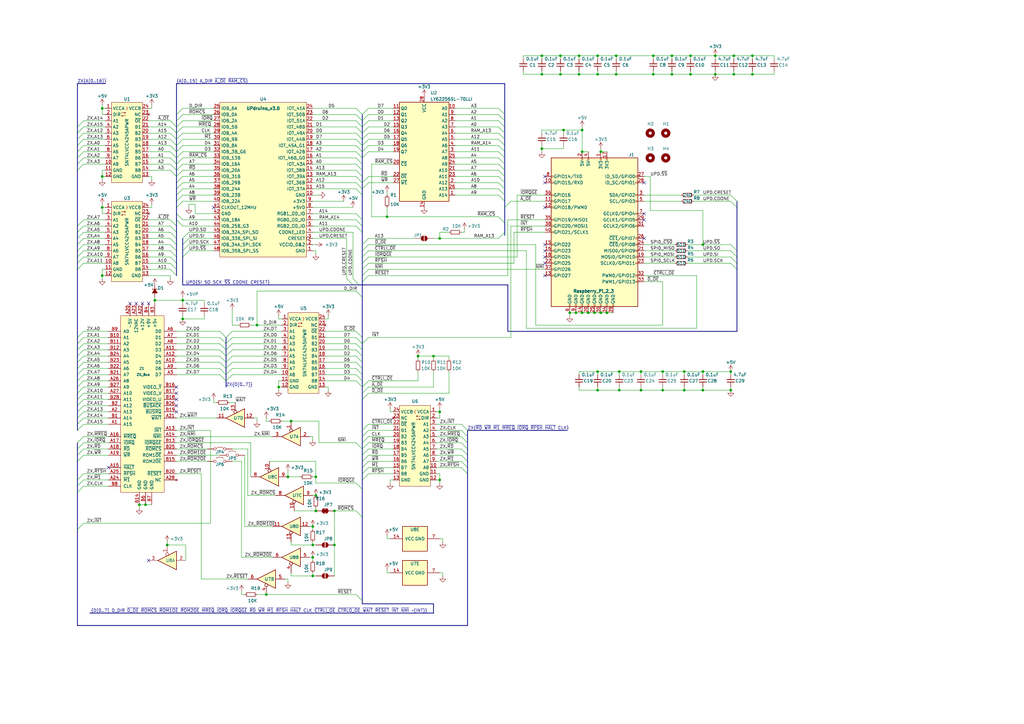
<source format=kicad_sch>
(kicad_sch (version 20211123) (generator eeschema)
  (paper "A3")
  (junction (at 254 152.4))
  (junction (at 74.93 130.81))
  (junction (at 114.3 158.75))
  (junction (at 308.61 30.48))
  (junction (at 275.59 30.48))
  (junction (at 229.87 22.86))
  (junction (at 267.97 22.86))
  (junction (at 41.91 113.03))
  (junction (at 118.11 195.58))
  (junction (at 280.67 160.02))
  (junction (at 236.22 128.27))
  (junction (at 300.99 22.86))
  (junction (at 283.21 22.86))
  (junction (at 271.78 152.4))
  (junction (at 299.72 160.02))
  (junction (at 280.67 152.4))
  (junction (at 267.97 30.48))
  (junction (at 245.11 22.86))
  (junction (at 128.27 228.6))
  (junction (at 57.15 207.01))
  (junction (at 308.61 22.86))
  (junction (at 41.91 85.09))
  (junction (at 238.76 128.27))
  (junction (at 41.91 72.39))
  (junction (at 180.34 168.91))
  (junction (at 245.11 30.48))
  (junction (at 248.92 128.27))
  (junction (at 41.91 44.45))
  (junction (at 119.38 172.72))
  (junction (at 105.41 133.35))
  (junction (at 246.38 62.23))
  (junction (at 300.99 30.48))
  (junction (at 238.76 62.23))
  (junction (at 222.25 30.48))
  (junction (at 129.54 195.58))
  (junction (at 180.34 97.79))
  (junction (at 229.87 30.48))
  (junction (at 237.49 30.48))
  (junction (at 271.78 160.02))
  (junction (at 137.16 223.52))
  (junction (at 233.68 128.27))
  (junction (at 222.25 60.96))
  (junction (at 171.45 146.05))
  (junction (at 246.38 128.27))
  (junction (at 128.27 223.52))
  (junction (at 245.11 152.4))
  (junction (at 180.34 196.85))
  (junction (at 293.37 22.86))
  (junction (at 63.5 123.19))
  (junction (at 68.58 223.52))
  (junction (at 245.11 160.02))
  (junction (at 275.59 22.86))
  (junction (at 293.37 30.48))
  (junction (at 128.27 236.22))
  (junction (at 288.29 160.02))
  (junction (at 109.22 243.84))
  (junction (at 74.93 123.19))
  (junction (at 288.29 152.4))
  (junction (at 252.73 30.48))
  (junction (at 288.29 100.33))
  (junction (at 238.76 53.34))
  (junction (at 283.21 30.48))
  (junction (at 254 160.02))
  (junction (at 177.8 146.05))
  (junction (at 262.89 160.02))
  (junction (at 128.27 215.9))
  (junction (at 243.84 128.27))
  (junction (at 299.72 152.4))
  (junction (at 129.54 209.55))
  (junction (at 252.73 22.86))
  (junction (at 262.89 152.4))
  (junction (at 158.75 88.9))
  (junction (at 137.16 209.55))
  (junction (at 237.49 22.86))
  (junction (at 129.54 203.2))
  (junction (at 241.3 128.27))
  (junction (at 231.14 53.34))
  (junction (at 222.25 22.86))
  (junction (at 59.69 207.01))
  (no_connect (at 223.52 102.87))
  (no_connect (at 223.52 113.03))
  (no_connect (at 72.39 168.91))
  (no_connect (at 223.52 72.39))
  (no_connect (at 44.45 191.77))
  (no_connect (at 223.52 107.95))
  (no_connect (at 55.88 124.46))
  (no_connect (at 223.52 105.41))
  (no_connect (at 60.96 124.46))
  (no_connect (at 264.16 74.93))
  (no_connect (at 223.52 85.09))
  (no_connect (at 264.16 90.17))
  (no_connect (at 53.34 124.46))
  (no_connect (at 72.39 161.29))
  (no_connect (at 58.42 124.46))
  (no_connect (at 72.39 158.75))
  (no_connect (at 72.39 163.83))
  (no_connect (at 264.16 97.79))
  (no_connect (at 72.39 166.37))
  (no_connect (at 223.52 100.33))
  (no_connect (at 223.52 74.93))
  (no_connect (at 87.63 85.09))
  (no_connect (at 264.16 87.63))
  (no_connect (at 60.96 229.87))
  (bus_entry (at 151.13 179.07) (size -2.54 2.54))
  (bus_entry (at 90.17 143.51) (size 2.54 2.54))
  (bus_entry (at 31.75 196.85) (size 2.54 -2.54))
  (bus_entry (at 31.75 163.83) (size 2.54 -2.54))
  (bus_entry (at 72.39 95.25) (size -2.54 -2.54))
  (bus_entry (at 207.01 64.77) (size -2.54 -2.54))
  (bus_entry (at 31.75 107.95) (size 2.54 -2.54))
  (bus_entry (at 146.05 54.61) (size 2.54 2.54))
  (bus_entry (at 72.39 62.23) (size 2.54 -2.54))
  (bus_entry (at 151.13 44.45) (size -2.54 2.54))
  (bus_entry (at 90.17 153.67) (size 2.54 2.54))
  (bus_entry (at 31.75 54.61) (size 2.54 -2.54))
  (bus_entry (at 191.77 184.15) (size -2.54 -2.54))
  (bus_entry (at 31.75 153.67) (size 2.54 -2.54))
  (bus_entry (at 72.39 100.33) (size -2.54 -2.54))
  (bus_entry (at 31.75 173.99) (size 2.54 -2.54))
  (bus_entry (at 207.01 74.93) (size -2.54 -2.54))
  (bus_entry (at 299.72 80.01) (size 2.54 2.54))
  (bus_entry (at 146.05 59.69) (size 2.54 2.54))
  (bus_entry (at 151.13 62.23) (size -2.54 2.54))
  (bus_entry (at 31.75 100.33) (size 2.54 -2.54))
  (bus_entry (at 31.75 105.41) (size 2.54 -2.54))
  (bus_entry (at 299.72 82.55) (size 2.54 2.54))
  (bus_entry (at 72.39 87.63) (size 2.54 2.54))
  (bus_entry (at 148.59 196.85) (size 2.54 -2.54))
  (bus_entry (at 69.85 49.53) (size 2.54 2.54))
  (bus_entry (at 31.75 168.91) (size 2.54 -2.54))
  (bus_entry (at 299.72 105.41) (size 2.54 2.54))
  (bus_entry (at 72.39 110.49) (size -2.54 -2.54))
  (bus_entry (at 31.75 62.23) (size 2.54 -2.54))
  (bus_entry (at 299.72 100.33) (size 2.54 2.54))
  (bus_entry (at 72.39 49.53) (size 2.54 -2.54))
  (bus_entry (at 148.59 115.57) (size 2.54 -2.54))
  (bus_entry (at 92.71 148.59) (size 2.54 -2.54))
  (bus_entry (at 72.39 67.31) (size 2.54 -2.54))
  (bus_entry (at 92.71 138.43) (size 2.54 -2.54))
  (bus_entry (at 92.71 153.67) (size 2.54 -2.54))
  (bus_entry (at 151.13 46.99) (size -2.54 2.54))
  (bus_entry (at 146.05 46.99) (size 2.54 2.54))
  (bus_entry (at 90.17 148.59) (size 2.54 2.54))
  (bus_entry (at 90.17 138.43) (size 2.54 2.54))
  (bus_entry (at 151.13 173.99) (size -2.54 2.54))
  (bus_entry (at 191.77 181.61) (size -2.54 -2.54))
  (bus_entry (at 72.39 105.41) (size -2.54 -2.54))
  (bus_entry (at 31.75 59.69) (size 2.54 -2.54))
  (bus_entry (at 31.75 67.31) (size 2.54 -2.54))
  (bus_entry (at 31.75 97.79) (size 2.54 -2.54))
  (bus_entry (at 207.01 77.47) (size -2.54 -2.54))
  (bus_entry (at 31.75 140.97) (size 2.54 -2.54))
  (bus_entry (at 146.05 143.51) (size 2.54 2.54))
  (bus_entry (at 207.01 49.53) (size -2.54 -2.54))
  (bus_entry (at 142.24 114.3) (size 2.54 2.54))
  (bus_entry (at 31.75 166.37) (size 2.54 -2.54))
  (bus_entry (at 69.85 64.77) (size 2.54 2.54))
  (bus_entry (at 72.39 54.61) (size 2.54 -2.54))
  (bus_entry (at 146.05 146.05) (size 2.54 2.54))
  (bus_entry (at 191.77 189.23) (size -2.54 -2.54))
  (bus_entry (at 146.05 87.63) (size 2.54 2.54))
  (bus_entry (at 31.75 95.25) (size 2.54 -2.54))
  (bus_entry (at 191.77 179.07) (size -2.54 -2.54))
  (bus_entry (at 90.17 151.13) (size 2.54 2.54))
  (bus_entry (at 144.78 114.3) (size 2.54 2.54))
  (bus_entry (at 146.05 140.97) (size 2.54 2.54))
  (bus_entry (at 90.17 146.05) (size 2.54 2.54))
  (bus_entry (at 207.01 72.39) (size -2.54 -2.54))
  (bus_entry (at 69.85 62.23) (size 2.54 2.54))
  (bus_entry (at 146.05 74.93) (size 2.54 2.54))
  (bus_entry (at 31.75 92.71) (size 2.54 -2.54))
  (bus_entry (at 31.75 52.07) (size 2.54 -2.54))
  (bus_entry (at 31.75 189.23) (size 2.54 -2.54))
  (bus_entry (at 72.39 69.85) (size 2.54 -2.54))
  (bus_entry (at 31.75 151.13) (size 2.54 -2.54))
  (bus_entry (at 31.75 176.53) (size 2.54 -2.54))
  (bus_entry (at 69.85 57.15) (size 2.54 2.54))
  (bus_entry (at 146.05 67.31) (size 2.54 2.54))
  (bus_entry (at 207.01 62.23) (size -2.54 -2.54))
  (bus_entry (at 207.01 46.99) (size -2.54 -2.54))
  (bus_entry (at 146.05 153.67) (size 2.54 2.54))
  (bus_entry (at 146.05 64.77) (size 2.54 2.54))
  (bus_entry (at 148.59 113.03) (size 2.54 -2.54))
  (bus_entry (at 72.39 77.47) (size 2.54 -2.54))
  (bus_entry (at 148.59 194.31) (size 2.54 -2.54))
  (bus_entry (at 69.85 67.31) (size 2.54 2.54))
  (bus_entry (at 148.59 158.75) (size 2.54 -2.54))
  (bus_entry (at 151.13 54.61) (size -2.54 2.54))
  (bus_entry (at 74.93 105.41) (size 2.54 -2.54))
  (bus_entry (at 72.39 90.17) (size 2.54 2.54))
  (bus_entry (at 31.75 110.49) (size 2.54 -2.54))
  (bus_entry (at 31.75 143.51) (size 2.54 -2.54))
  (bus_entry (at 146.05 151.13) (size 2.54 2.54))
  (bus_entry (at 72.39 59.69) (size 2.54 -2.54))
  (bus_entry (at 72.39 85.09) (size 2.54 -2.54))
  (bus_entry (at 90.17 140.97) (size 2.54 2.54))
  (bus_entry (at 31.75 138.43) (size 2.54 -2.54))
  (bus_entry (at 151.13 57.15) (size -2.54 2.54))
  (bus_entry (at 146.05 52.07) (size 2.54 2.54))
  (bus_entry (at 151.13 181.61) (size -2.54 2.54))
  (bus_entry (at 72.39 92.71) (size -2.54 -2.54))
  (bus_entry (at 191.77 186.69) (size -2.54 -2.54))
  (bus_entry (at 207.01 59.69) (size -2.54 -2.54))
  (bus_entry (at 72.39 64.77) (size 2.54 -2.54))
  (bus_entry (at 299.72 107.95) (size 2.54 2.54))
  (bus_entry (at 148.59 110.49) (size 2.54 -2.54))
  (bus_entry (at 146.05 148.59) (size 2.54 2.54))
  (bus_entry (at 74.93 102.87) (size 2.54 -2.54))
  (bus_entry (at 31.75 186.69) (size 2.54 -2.54))
  (bus_entry (at 146.05 181.61) (size 2.54 2.54))
  (bus_entry (at 146.05 243.84) (size 2.54 2.54))
  (bus_entry (at 72.39 72.39) (size 2.54 -2.54))
  (bus_entry (at 146.05 62.23) (size 2.54 2.54))
  (bus_entry (at 69.85 54.61) (size 2.54 2.54))
  (bus_entry (at 72.39 74.93) (size 2.54 -2.54))
  (bus_entry (at 151.13 74.93) (size -2.54 2.54))
  (bus_entry (at 69.85 59.69) (size 2.54 2.54))
  (bus_entry (at 148.59 163.83) (size 2.54 -2.54))
  (bus_entry (at 90.17 135.89) (size 2.54 2.54))
  (bus_entry (at 146.05 135.89) (size 2.54 2.54))
  (bus_entry (at 92.71 140.97) (size 2.54 -2.54))
  (bus_entry (at 69.85 69.85) (size 2.54 2.54))
  (bus_entry (at 31.75 171.45) (size 2.54 -2.54))
  (bus_entry (at 31.75 69.85) (size 2.54 -2.54))
  (bus_entry (at 72.39 102.87) (size -2.54 -2.54))
  (bus_entry (at 31.75 146.05) (size 2.54 -2.54))
  (bus_entry (at 92.71 146.05) (size 2.54 -2.54))
  (bus_entry (at 151.13 186.69) (size -2.54 2.54))
  (bus_entry (at 31.75 161.29) (size 2.54 -2.54))
  (bus_entry (at 69.85 52.07) (size 2.54 2.54))
  (bus_entry (at 72.39 97.79) (size -2.54 -2.54))
  (bus_entry (at 72.39 52.07) (size 2.54 -2.54))
  (bus_entry (at 151.13 52.07) (size -2.54 2.54))
  (bus_entry (at 92.71 151.13) (size 2.54 -2.54))
  (bus_entry (at 31.75 199.39) (size 2.54 -2.54))
  (bus_entry (at 148.59 161.29) (size 2.54 -2.54))
  (bus_entry (at 72.39 46.99) (size 2.54 -2.54))
  (bus_entry (at 72.39 113.03) (size -2.54 -2.54))
  (bus_entry (at 151.13 49.53) (size -2.54 2.54))
  (bus_entry (at 151.13 189.23) (size -2.54 2.54))
  (bus_entry (at 146.05 77.47) (size 2.54 2.54))
  (bus_entry (at 148.59 107.95) (size 2.54 -2.54))
  (bus_entry (at 207.01 54.61) (size -2.54 -2.54))
  (bus_entry (at 146.05 57.15) (size 2.54 2.54))
  (bus_entry (at 72.39 82.55) (size 2.54 -2.54))
  (bus_entry (at 146.05 119.38) (size 2.54 2.54))
  (bus_entry (at 207.01 91.44) (size -2.54 -2.54))
  (bus_entry (at 146.05 198.12) (size 2.54 2.54))
  (bus_entry (at 207.01 67.31) (size -2.54 -2.54))
  (bus_entry (at 191.77 176.53) (size -2.54 -2.54))
  (bus_entry (at 74.93 100.33) (size 2.54 -2.54))
  (bus_entry (at 151.13 184.15) (size -2.54 2.54))
  (bus_entry (at 31.75 201.93) (size 2.54 -2.54))
  (bus_entry (at 148.59 100.33) (size 2.54 -2.54))
  (bus_entry (at 31.75 217.17) (size 2.54 -2.54))
  (bus_entry (at 146.05 92.71) (size 2.54 2.54))
  (bus_entry (at 146.05 90.17) (size 2.54 2.54))
  (bus_entry (at 191.77 194.31) (size -2.54 -2.54))
  (bus_entry (at 146.05 49.53) (size 2.54 2.54))
  (bus_entry (at 151.13 72.39) (size -2.54 2.54))
  (bus_entry (at 207.01 85.09) (size 2.54 -2.54))
  (bus_entry (at 148.59 140.97) (size 2.54 -2.54))
  (bus_entry (at 31.75 158.75) (size 2.54 -2.54))
  (bus_entry (at 146.05 69.85) (size 2.54 2.54))
  (bus_entry (at 299.72 102.87) (size 2.54 2.54))
  (bus_entry (at 207.01 82.55) (size -2.54 -2.54))
  (bus_entry (at 72.39 80.01) (size 2.54 -2.54))
  (bus_entry (at 146.05 209.55) (size 2.54 2.54))
  (bus_entry (at 72.39 107.95) (size -2.54 -2.54))
  (bus_entry (at 31.75 148.59) (size 2.54 -2.54))
  (bus_entry (at 207.01 57.15) (size -2.54 -2.54))
  (bus_entry (at 204.47 97.79) (size 2.54 -2.54))
  (bus_entry (at 31.75 184.15) (size 2.54 -2.54))
  (bus_entry (at 148.59 102.87) (size 2.54 -2.54))
  (bus_entry (at 72.39 57.15) (size 2.54 -2.54))
  (bus_entry (at 191.77 191.77) (size -2.54 -2.54))
  (bus_entry (at 148.59 105.41) (size 2.54 -2.54))
  (bus_entry (at 31.75 64.77) (size 2.54 -2.54))
  (bus_entry (at 31.75 181.61) (size 2.54 -2.54))
  (bus_entry (at 31.75 156.21) (size 2.54 -2.54))
  (bus_entry (at 207.01 69.85) (size -2.54 -2.54))
  (bus_entry (at 146.05 72.39) (size 2.54 2.54))
  (bus_entry (at 146.05 156.21) (size 2.54 2.54))
  (bus_entry (at 207.01 52.07) (size -2.54 -2.54))
  (bus_entry (at 151.13 59.69) (size -2.54 2.54))
  (bus_entry (at 151.13 176.53) (size -2.54 2.54))
  (bus_entry (at 31.75 102.87) (size 2.54 -2.54))
  (bus_entry (at 207.01 80.01) (size -2.54 -2.54))
  (bus_entry (at 146.05 138.43) (size 2.54 2.54))
  (bus_entry (at 146.05 44.45) (size 2.54 2.54))
  (bus_entry (at 92.71 156.21) (size 2.54 -2.54))
  (bus_entry (at 92.71 143.51) (size 2.54 -2.54))
  (bus_entry (at 31.75 57.15) (size 2.54 -2.54))
  (bus_entry (at 74.93 97.79) (size 2.54 -2.54))
  (wire (pts (xy 219.71 133.35) (xy 271.78 133.35)))
  (wire (pts (xy 77.47 83.82) (xy 77.47 85.09)))
  (wire (pts (xy 241.3 128.27) (xy 243.84 128.27)))
  (wire (pts (xy 186.69 74.93) (xy 204.47 74.93)))
  (wire (pts (xy 179.07 189.23) (xy 189.23 189.23)))
  (bus (pts (xy 31.75 201.93) (xy 31.75 217.17)))
  (wire (pts (xy 34.29 171.45) (xy 44.45 171.45)))
  (wire (pts (xy 264.16 107.95) (xy 276.86 107.95)))
  (bus (pts (xy 191.77 176.53) (xy 232.41 176.53)))
  (wire (pts (xy 180.34 194.31) (xy 179.07 194.31)))
  (wire (pts (xy 262.89 152.4) (xy 262.89 153.67)))
  (wire (pts (xy 152.4 88.9) (xy 158.75 88.9)))
  (bus (pts (xy 92.71 156.21) (xy 92.71 158.75)))
  (wire (pts (xy 151.13 161.29) (xy 184.15 161.29)))
  (wire (pts (xy 133.35 156.21) (xy 146.05 156.21)))
  (wire (pts (xy 72.39 184.15) (xy 85.09 184.15)))
  (wire (pts (xy 72.39 179.07) (xy 111.76 179.07)))
  (bus (pts (xy 92.71 148.59) (xy 92.71 151.13)))
  (wire (pts (xy 151.13 173.99) (xy 161.29 173.99)))
  (wire (pts (xy 60.96 64.77) (xy 69.85 64.77)))
  (wire (pts (xy 222.25 30.48) (xy 222.25 29.21)))
  (wire (pts (xy 34.29 163.83) (xy 44.45 163.83)))
  (wire (pts (xy 264.16 72.39) (xy 266.7 72.39)))
  (bus (pts (xy 207.01 69.85) (xy 207.01 72.39)))
  (bus (pts (xy 72.39 95.25) (xy 72.39 97.79)))
  (bus (pts (xy 74.93 102.87) (xy 74.93 105.41)))
  (wire (pts (xy 119.38 234.95) (xy 119.38 236.22)))
  (bus (pts (xy 72.39 85.09) (xy 72.39 87.63)))
  (wire (pts (xy 158.75 220.98) (xy 160.02 220.98)))
  (wire (pts (xy 267.97 22.86) (xy 267.97 24.13)))
  (wire (pts (xy 134.62 160.02) (xy 134.62 158.75)))
  (wire (pts (xy 245.11 22.86) (xy 245.11 24.13)))
  (bus (pts (xy 207.01 52.07) (xy 207.01 54.61)))
  (wire (pts (xy 133.35 140.97) (xy 146.05 140.97)))
  (wire (pts (xy 74.93 123.19) (xy 74.93 124.46)))
  (wire (pts (xy 34.29 184.15) (xy 44.45 184.15)))
  (wire (pts (xy 189.23 176.53) (xy 179.07 176.53)))
  (wire (pts (xy 161.29 67.31) (xy 152.4 67.31)))
  (wire (pts (xy 161.29 44.45) (xy 151.13 44.45)))
  (bus (pts (xy 31.75 171.45) (xy 31.75 173.99)))
  (wire (pts (xy 133.35 148.59) (xy 146.05 148.59)))
  (wire (pts (xy 283.21 30.48) (xy 283.21 29.21)))
  (wire (pts (xy 222.25 22.86) (xy 229.87 22.86)))
  (wire (pts (xy 229.87 22.86) (xy 237.49 22.86)))
  (wire (pts (xy 34.29 107.95) (xy 43.18 107.95)))
  (wire (pts (xy 300.99 30.48) (xy 308.61 30.48)))
  (wire (pts (xy 101.6 203.2) (xy 113.03 203.2)))
  (bus (pts (xy 207.01 95.25) (xy 207.01 96.52)))
  (wire (pts (xy 105.41 171.45) (xy 104.14 171.45)))
  (bus (pts (xy 148.59 184.15) (xy 148.59 186.69)))
  (wire (pts (xy 184.15 147.32) (xy 184.15 146.05)))
  (wire (pts (xy 275.59 30.48) (xy 275.59 29.21)))
  (wire (pts (xy 115.57 172.72) (xy 119.38 172.72)))
  (wire (pts (xy 237.49 22.86) (xy 237.49 24.13)))
  (wire (pts (xy 74.93 69.85) (xy 87.63 69.85)))
  (wire (pts (xy 74.93 121.92) (xy 74.93 123.19)))
  (bus (pts (xy 72.39 64.77) (xy 72.39 62.23)))
  (wire (pts (xy 74.93 64.77) (xy 87.63 64.77)))
  (wire (pts (xy 245.11 153.67) (xy 245.11 152.4)))
  (wire (pts (xy 72.39 140.97) (xy 90.17 140.97)))
  (bus (pts (xy 92.71 151.13) (xy 92.71 153.67)))
  (wire (pts (xy 134.62 130.81) (xy 134.62 129.54)))
  (wire (pts (xy 275.59 22.86) (xy 275.59 24.13)))
  (wire (pts (xy 128.27 62.23) (xy 146.05 62.23)))
  (wire (pts (xy 186.69 72.39) (xy 204.47 72.39)))
  (bus (pts (xy 31.75 69.85) (xy 31.75 92.71)))
  (bus (pts (xy 74.93 100.33) (xy 74.93 102.87)))
  (bus (pts (xy 31.75 148.59) (xy 31.75 151.13)))
  (wire (pts (xy 95.25 127) (xy 95.25 133.35)))
  (bus (pts (xy 148.59 69.85) (xy 148.59 72.39)))
  (wire (pts (xy 288.29 152.4) (xy 288.29 153.67)))
  (bus (pts (xy 148.59 181.61) (xy 148.59 184.15)))
  (wire (pts (xy 161.29 184.15) (xy 151.13 184.15)))
  (wire (pts (xy 266.7 86.36) (xy 266.7 72.39)))
  (wire (pts (xy 209.55 92.71) (xy 223.52 92.71)))
  (bus (pts (xy 207.01 49.53) (xy 207.01 52.07)))
  (bus (pts (xy 31.75 140.97) (xy 31.75 143.51)))
  (wire (pts (xy 280.67 152.4) (xy 280.67 153.67)))
  (wire (pts (xy 60.96 62.23) (xy 69.85 62.23)))
  (wire (pts (xy 34.29 138.43) (xy 44.45 138.43)))
  (wire (pts (xy 237.49 30.48) (xy 237.49 29.21)))
  (wire (pts (xy 99.06 189.23) (xy 99.06 228.6)))
  (bus (pts (xy 148.59 92.71) (xy 148.59 95.25)))
  (wire (pts (xy 128.27 223.52) (xy 129.54 223.52)))
  (wire (pts (xy 34.29 62.23) (xy 43.18 62.23)))
  (wire (pts (xy 34.29 143.51) (xy 44.45 143.51)))
  (wire (pts (xy 133.35 143.51) (xy 146.05 143.51)))
  (wire (pts (xy 118.11 237.49) (xy 118.11 238.76)))
  (bus (pts (xy 31.75 168.91) (xy 31.75 171.45)))
  (wire (pts (xy 128.27 236.22) (xy 129.54 236.22)))
  (wire (pts (xy 229.87 22.86) (xy 229.87 24.13)))
  (wire (pts (xy 284.48 82.55) (xy 299.72 82.55)))
  (wire (pts (xy 95.25 148.59) (xy 115.57 148.59)))
  (bus (pts (xy 207.01 91.44) (xy 207.01 95.25)))
  (wire (pts (xy 74.93 59.69) (xy 87.63 59.69)))
  (wire (pts (xy 86.36 176.53) (xy 86.36 214.63)))
  (wire (pts (xy 128.27 77.47) (xy 146.05 77.47)))
  (wire (pts (xy 77.47 95.25) (xy 87.63 95.25)))
  (bus (pts (xy 191.77 179.07) (xy 191.77 181.61)))
  (bus (pts (xy 72.39 100.33) (xy 72.39 97.79)))
  (wire (pts (xy 119.38 172.72) (xy 130.81 172.72)))
  (wire (pts (xy 186.69 57.15) (xy 204.47 57.15)))
  (wire (pts (xy 34.29 102.87) (xy 43.18 102.87)))
  (wire (pts (xy 60.96 100.33) (xy 69.85 100.33)))
  (bus (pts (xy 72.39 110.49) (xy 72.39 107.95)))
  (bus (pts (xy 92.71 140.97) (xy 92.71 143.51)))
  (wire (pts (xy 101.6 184.15) (xy 101.6 203.2)))
  (wire (pts (xy 229.87 30.48) (xy 229.87 29.21)))
  (wire (pts (xy 215.9 134.62) (xy 285.75 134.62)))
  (wire (pts (xy 128.27 59.69) (xy 146.05 59.69)))
  (wire (pts (xy 95.25 138.43) (xy 115.57 138.43)))
  (wire (pts (xy 128.27 222.25) (xy 128.27 223.52)))
  (wire (pts (xy 60.96 110.49) (xy 69.85 110.49)))
  (wire (pts (xy 231.14 53.34) (xy 231.14 54.61)))
  (wire (pts (xy 69.85 113.03) (xy 69.85 114.3)))
  (wire (pts (xy 129.54 198.12) (xy 146.05 198.12)))
  (bus (pts (xy 302.26 82.55) (xy 302.26 85.09)))
  (bus (pts (xy 72.39 34.29) (xy 72.39 46.99)))
  (bus (pts (xy 72.39 46.99) (xy 72.39 49.53)))
  (wire (pts (xy 72.39 146.05) (xy 90.17 146.05)))
  (wire (pts (xy 308.61 22.86) (xy 308.61 24.13)))
  (wire (pts (xy 179.07 171.45) (xy 180.34 171.45)))
  (wire (pts (xy 72.39 153.67) (xy 90.17 153.67)))
  (bus (pts (xy 72.39 57.15) (xy 72.39 54.61)))
  (wire (pts (xy 158.75 233.68) (xy 158.75 234.95)))
  (wire (pts (xy 254 160.02) (xy 262.89 160.02)))
  (wire (pts (xy 43.18 69.85) (xy 41.91 69.85)))
  (wire (pts (xy 243.84 128.27) (xy 246.38 128.27)))
  (wire (pts (xy 184.15 161.29) (xy 184.15 152.4)))
  (wire (pts (xy 209.55 138.43) (xy 209.55 92.71)))
  (bus (pts (xy 207.01 80.01) (xy 207.01 82.55)))
  (wire (pts (xy 74.93 90.17) (xy 87.63 90.17)))
  (wire (pts (xy 177.8 146.05) (xy 184.15 146.05)))
  (wire (pts (xy 74.93 44.45) (xy 87.63 44.45)))
  (wire (pts (xy 34.29 146.05) (xy 44.45 146.05)))
  (wire (pts (xy 128.27 195.58) (xy 129.54 195.58)))
  (wire (pts (xy 317.5 22.86) (xy 308.61 22.86)))
  (wire (pts (xy 161.29 179.07) (xy 151.13 179.07)))
  (wire (pts (xy 34.29 59.69) (xy 43.18 59.69)))
  (wire (pts (xy 208.28 90.17) (xy 223.52 90.17)))
  (wire (pts (xy 161.29 72.39) (xy 151.13 72.39)))
  (wire (pts (xy 41.91 85.09) (xy 41.91 83.82)))
  (wire (pts (xy 34.29 186.69) (xy 44.45 186.69)))
  (bus (pts (xy 148.59 64.77) (xy 148.59 67.31)))
  (wire (pts (xy 82.55 194.31) (xy 72.39 194.31)))
  (bus (pts (xy 31.75 100.33) (xy 31.75 102.87)))
  (wire (pts (xy 63.5 121.92) (xy 63.5 123.19)))
  (wire (pts (xy 34.29 54.61) (xy 43.18 54.61)))
  (bus (pts (xy 72.39 49.53) (xy 72.39 52.07)))
  (wire (pts (xy 60.96 67.31) (xy 69.85 67.31)))
  (wire (pts (xy 34.29 49.53) (xy 43.18 49.53)))
  (bus (pts (xy 31.75 153.67) (xy 31.75 156.21)))
  (wire (pts (xy 160.02 198.12) (xy 160.02 196.85)))
  (wire (pts (xy 264.16 105.41) (xy 276.86 105.41)))
  (wire (pts (xy 237.49 160.02) (xy 237.49 158.75)))
  (wire (pts (xy 293.37 22.86) (xy 300.99 22.86)))
  (wire (pts (xy 34.29 151.13) (xy 44.45 151.13)))
  (wire (pts (xy 151.13 191.77) (xy 161.29 191.77)))
  (wire (pts (xy 128.27 67.31) (xy 146.05 67.31)))
  (wire (pts (xy 161.29 49.53) (xy 151.13 49.53)))
  (wire (pts (xy 102.87 195.58) (xy 102.87 181.61)))
  (wire (pts (xy 158.75 88.9) (xy 204.47 88.9)))
  (wire (pts (xy 34.29 156.21) (xy 44.45 156.21)))
  (wire (pts (xy 161.29 176.53) (xy 151.13 176.53)))
  (wire (pts (xy 237.49 30.48) (xy 245.11 30.48)))
  (bus (pts (xy 31.75 57.15) (xy 31.75 59.69)))
  (bus (pts (xy 72.39 59.69) (xy 72.39 57.15)))
  (wire (pts (xy 60.96 102.87) (xy 69.85 102.87)))
  (wire (pts (xy 128.27 46.99) (xy 146.05 46.99)))
  (bus (pts (xy 148.59 107.95) (xy 148.59 110.49)))
  (wire (pts (xy 288.29 152.4) (xy 299.72 152.4)))
  (bus (pts (xy 31.75 92.71) (xy 31.75 95.25)))
  (wire (pts (xy 34.29 100.33) (xy 43.18 100.33)))
  (wire (pts (xy 245.11 160.02) (xy 237.49 160.02)))
  (bus (pts (xy 31.75 186.69) (xy 31.75 189.23)))
  (wire (pts (xy 83.82 124.46) (xy 83.82 123.19)))
  (wire (pts (xy 128.27 52.07) (xy 146.05 52.07)))
  (wire (pts (xy 34.29 161.29) (xy 44.45 161.29)))
  (wire (pts (xy 99.06 243.84) (xy 99.06 242.57)))
  (bus (pts (xy 72.39 54.61) (xy 72.39 52.07)))
  (bus (pts (xy 31.75 181.61) (xy 31.75 184.15)))
  (wire (pts (xy 288.29 86.36) (xy 266.7 86.36)))
  (wire (pts (xy 209.55 82.55) (xy 223.52 82.55)))
  (wire (pts (xy 99.06 189.23) (xy 95.25 189.23)))
  (bus (pts (xy 148.59 146.05) (xy 148.59 148.59)))
  (wire (pts (xy 208.28 113.03) (xy 208.28 90.17)))
  (wire (pts (xy 317.5 29.21) (xy 317.5 30.48)))
  (bus (pts (xy 207.01 59.69) (xy 207.01 62.23)))
  (wire (pts (xy 43.18 46.99) (xy 41.91 46.99)))
  (wire (pts (xy 95.25 140.97) (xy 115.57 140.97)))
  (wire (pts (xy 158.75 85.09) (xy 158.75 88.9)))
  (wire (pts (xy 41.91 43.18) (xy 41.91 44.45)))
  (bus (pts (xy 92.71 146.05) (xy 92.71 148.59)))
  (wire (pts (xy 129.54 208.28) (xy 129.54 209.55)))
  (wire (pts (xy 245.11 30.48) (xy 252.73 30.48)))
  (bus (pts (xy 207.01 46.99) (xy 207.01 49.53)))
  (bus (pts (xy 148.59 161.29) (xy 148.59 163.83)))
  (wire (pts (xy 222.25 53.34) (xy 222.25 54.61)))
  (wire (pts (xy 62.23 44.45) (xy 62.23 43.18)))
  (wire (pts (xy 237.49 152.4) (xy 237.49 153.67)))
  (wire (pts (xy 34.29 57.15) (xy 43.18 57.15)))
  (wire (pts (xy 283.21 22.86) (xy 293.37 22.86)))
  (bus (pts (xy 148.59 212.09) (xy 148.59 200.66)))
  (wire (pts (xy 128.27 72.39) (xy 146.05 72.39)))
  (bus (pts (xy 72.39 80.01) (xy 72.39 77.47)))
  (bus (pts (xy 31.75 105.41) (xy 31.75 107.95)))
  (bus (pts (xy 31.75 34.29) (xy 31.75 52.07)))
  (bus (pts (xy 302.26 135.89) (xy 208.28 135.89)))
  (wire (pts (xy 34.29 52.07) (xy 43.18 52.07)))
  (wire (pts (xy 180.34 220.98) (xy 181.61 220.98)))
  (wire (pts (xy 299.72 160.02) (xy 299.72 158.75)))
  (bus (pts (xy 31.75 62.23) (xy 31.75 64.77)))
  (bus (pts (xy 191.77 176.53) (xy 191.77 179.07)))
  (wire (pts (xy 34.29 168.91) (xy 44.45 168.91)))
  (wire (pts (xy 72.39 138.43) (xy 90.17 138.43)))
  (wire (pts (xy 161.29 168.91) (xy 160.02 168.91)))
  (wire (pts (xy 129.54 203.2) (xy 128.27 203.2)))
  (wire (pts (xy 271.78 152.4) (xy 280.67 152.4)))
  (wire (pts (xy 158.75 219.71) (xy 158.75 220.98)))
  (wire (pts (xy 238.76 53.34) (xy 238.76 52.07)))
  (bus (pts (xy 148.59 105.41) (xy 148.59 107.95)))
  (wire (pts (xy 190.5 95.25) (xy 190.5 93.98)))
  (wire (pts (xy 264.16 102.87) (xy 276.86 102.87)))
  (wire (pts (xy 105.41 243.84) (xy 109.22 243.84)))
  (wire (pts (xy 34.29 148.59) (xy 44.45 148.59)))
  (bus (pts (xy 148.59 200.66) (xy 148.59 196.85)))
  (wire (pts (xy 214.63 30.48) (xy 222.25 30.48)))
  (wire (pts (xy 151.13 156.21) (xy 171.45 156.21)))
  (wire (pts (xy 281.94 102.87) (xy 299.72 102.87)))
  (wire (pts (xy 74.93 54.61) (xy 87.63 54.61)))
  (wire (pts (xy 128.27 90.17) (xy 146.05 90.17)))
  (wire (pts (xy 109.22 243.84) (xy 146.05 243.84)))
  (wire (pts (xy 101.6 184.15) (xy 95.25 184.15)))
  (wire (pts (xy 114.3 158.75) (xy 115.57 158.75)))
  (wire (pts (xy 130.81 181.61) (xy 146.05 181.61)))
  (wire (pts (xy 133.35 153.67) (xy 146.05 153.67)))
  (wire (pts (xy 128.27 49.53) (xy 146.05 49.53)))
  (wire (pts (xy 177.8 97.79) (xy 180.34 97.79)))
  (wire (pts (xy 189.23 95.25) (xy 190.5 95.25)))
  (bus (pts (xy 148.59 153.67) (xy 148.59 156.21)))
  (wire (pts (xy 283.21 30.48) (xy 293.37 30.48)))
  (bus (pts (xy 148.59 194.31) (xy 148.59 196.85)))
  (wire (pts (xy 271.78 160.02) (xy 271.78 158.75)))
  (bus (pts (xy 177.8 247.65) (xy 177.8 251.46)))
  (wire (pts (xy 83.82 130.81) (xy 83.82 129.54)))
  (wire (pts (xy 161.29 186.69) (xy 151.13 186.69)))
  (wire (pts (xy 80.01 83.82) (xy 77.47 83.82)))
  (wire (pts (xy 100.33 243.84) (xy 99.06 243.84)))
  (wire (pts (xy 76.2 223.52) (xy 68.58 223.52)))
  (bus (pts (xy 148.59 49.53) (xy 148.59 52.07)))
  (wire (pts (xy 245.11 30.48) (xy 245.11 29.21)))
  (wire (pts (xy 128.27 87.63) (xy 146.05 87.63)))
  (wire (pts (xy 252.73 30.48) (xy 252.73 29.21)))
  (wire (pts (xy 264.16 113.03) (xy 285.75 113.03)))
  (wire (pts (xy 105.41 119.38) (xy 146.05 119.38)))
  (wire (pts (xy 74.93 62.23) (xy 87.63 62.23)))
  (wire (pts (xy 152.4 67.31) (xy 152.4 88.9)))
  (wire (pts (xy 99.06 228.6) (xy 111.76 228.6)))
  (wire (pts (xy 133.35 151.13) (xy 146.05 151.13)))
  (wire (pts (xy 74.93 92.71) (xy 87.63 92.71)))
  (wire (pts (xy 128.27 215.9) (xy 128.27 217.17)))
  (wire (pts (xy 129.54 189.23) (xy 129.54 195.58)))
  (wire (pts (xy 72.39 135.89) (xy 90.17 135.89)))
  (wire (pts (xy 128.27 228.6) (xy 128.27 229.87)))
  (wire (pts (xy 189.23 179.07) (xy 179.07 179.07)))
  (wire (pts (xy 133.35 138.43) (xy 146.05 138.43)))
  (bus (pts (xy 148.59 247.65) (xy 177.8 247.65)))
  (bus (pts (xy 92.71 143.51) (xy 92.71 146.05)))
  (bus (pts (xy 148.59 46.99) (xy 148.59 49.53)))
  (wire (pts (xy 80.01 87.63) (xy 80.01 83.82)))
  (wire (pts (xy 151.13 138.43) (xy 209.55 138.43)))
  (wire (pts (xy 128.27 74.93) (xy 146.05 74.93)))
  (bus (pts (xy 31.75 64.77) (xy 31.75 67.31)))
  (wire (pts (xy 186.69 67.31) (xy 204.47 67.31)))
  (bus (pts (xy 191.77 186.69) (xy 191.77 189.23)))
  (wire (pts (xy 186.69 64.77) (xy 204.47 64.77)))
  (wire (pts (xy 238.76 53.34) (xy 238.76 62.23)))
  (wire (pts (xy 63.5 123.19) (xy 74.93 123.19)))
  (wire (pts (xy 128.27 179.07) (xy 127 179.07)))
  (bus (pts (xy 148.59 148.59) (xy 148.59 151.13)))
  (bus (pts (xy 191.77 184.15) (xy 191.77 186.69)))
  (wire (pts (xy 34.29 105.41) (xy 43.18 105.41)))
  (wire (pts (xy 246.38 128.27) (xy 248.92 128.27)))
  (wire (pts (xy 308.61 30.48) (xy 317.5 30.48)))
  (wire (pts (xy 118.11 193.04) (xy 118.11 195.58)))
  (wire (pts (xy 151.13 102.87) (xy 215.9 102.87)))
  (wire (pts (xy 72.39 151.13) (xy 90.17 151.13)))
  (wire (pts (xy 237.49 22.86) (xy 245.11 22.86)))
  (wire (pts (xy 186.69 59.69) (xy 204.47 59.69)))
  (bus (pts (xy 207.01 57.15) (xy 207.01 59.69)))
  (wire (pts (xy 34.29 214.63) (xy 86.36 214.63)))
  (wire (pts (xy 171.45 146.05) (xy 171.45 147.32)))
  (wire (pts (xy 275.59 22.86) (xy 267.97 22.86)))
  (bus (pts (xy 31.75 52.07) (xy 31.75 54.61)))
  (bus (pts (xy 31.75 166.37) (xy 31.75 168.91)))
  (wire (pts (xy 60.96 90.17) (xy 69.85 90.17)))
  (bus (pts (xy 207.01 62.23) (xy 207.01 64.77)))
  (wire (pts (xy 74.93 67.31) (xy 87.63 67.31)))
  (bus (pts (xy 31.75 156.21) (xy 31.75 158.75)))
  (wire (pts (xy 34.29 135.89) (xy 44.45 135.89)))
  (wire (pts (xy 293.37 30.48) (xy 300.99 30.48)))
  (wire (pts (xy 43.18 72.39) (xy 41.91 72.39)))
  (wire (pts (xy 110.49 189.23) (xy 129.54 189.23)))
  (wire (pts (xy 300.99 22.86) (xy 308.61 22.86)))
  (wire (pts (xy 72.39 143.51) (xy 90.17 143.51)))
  (bus (pts (xy 72.39 102.87) (xy 72.39 100.33)))
  (wire (pts (xy 271.78 152.4) (xy 271.78 153.67)))
  (wire (pts (xy 254 160.02) (xy 254 158.75)))
  (wire (pts (xy 34.29 67.31) (xy 43.18 67.31)))
  (wire (pts (xy 80.01 87.63) (xy 87.63 87.63)))
  (wire (pts (xy 171.45 146.05) (xy 177.8 146.05)))
  (wire (pts (xy 245.11 160.02) (xy 254 160.02)))
  (wire (pts (xy 114.3 129.54) (xy 114.3 130.81)))
  (bus (pts (xy 148.59 176.53) (xy 148.59 179.07)))
  (wire (pts (xy 229.87 30.48) (xy 237.49 30.48)))
  (wire (pts (xy 74.93 82.55) (xy 87.63 82.55)))
  (wire (pts (xy 82.55 194.31) (xy 82.55 237.49)))
  (bus (pts (xy 31.75 110.49) (xy 31.75 138.43)))
  (wire (pts (xy 57.15 207.01) (xy 59.69 207.01)))
  (wire (pts (xy 34.29 179.07) (xy 44.45 179.07)))
  (bus (pts (xy 72.39 72.39) (xy 72.39 69.85)))
  (wire (pts (xy 34.29 196.85) (xy 44.45 196.85)))
  (bus (pts (xy 148.59 163.83) (xy 148.59 176.53)))
  (wire (pts (xy 34.29 95.25) (xy 43.18 95.25)))
  (wire (pts (xy 74.93 130.81) (xy 74.93 129.54)))
  (wire (pts (xy 186.69 49.53) (xy 204.47 49.53)))
  (wire (pts (xy 128.27 82.55) (xy 140.97 82.55)))
  (wire (pts (xy 180.34 97.79) (xy 204.47 97.79)))
  (bus (pts (xy 31.75 54.61) (xy 31.75 57.15)))
  (wire (pts (xy 151.13 113.03) (xy 208.28 113.03)))
  (wire (pts (xy 317.5 24.13) (xy 317.5 22.86)))
  (wire (pts (xy 34.29 140.97) (xy 44.45 140.97)))
  (bus (pts (xy 148.59 121.92) (xy 148.59 138.43)))
  (wire (pts (xy 34.29 199.39) (xy 44.45 199.39)))
  (wire (pts (xy 72.39 148.59) (xy 90.17 148.59)))
  (bus (pts (xy 31.75 67.31) (xy 31.75 69.85)))
  (wire (pts (xy 177.8 158.75) (xy 177.8 152.4)))
  (wire (pts (xy 128.27 180.34) (xy 128.27 179.07)))
  (wire (pts (xy 59.69 207.01) (xy 62.23 207.01)))
  (bus (pts (xy 72.39 77.47) (xy 72.39 74.93)))
  (bus (pts (xy 72.39 82.55) (xy 72.39 85.09)))
  (wire (pts (xy 288.29 160.02) (xy 299.72 160.02)))
  (bus (pts (xy 31.75 97.79) (xy 31.75 100.33)))
  (bus (pts (xy 207.01 67.31) (xy 207.01 69.85)))
  (wire (pts (xy 74.93 77.47) (xy 87.63 77.47)))
  (wire (pts (xy 222.25 30.48) (xy 229.87 30.48)))
  (wire (pts (xy 137.16 236.22) (xy 137.16 223.52)))
  (bus (pts (xy 191.77 189.23) (xy 191.77 191.77)))
  (wire (pts (xy 275.59 30.48) (xy 283.21 30.48)))
  (wire (pts (xy 87.63 163.83) (xy 87.63 165.1)))
  (wire (pts (xy 129.54 195.58) (xy 129.54 198.12)))
  (wire (pts (xy 246.38 62.23) (xy 248.92 62.23)))
  (bus (pts (xy 148.59 179.07) (xy 148.59 181.61)))
  (wire (pts (xy 62.23 72.39) (xy 62.23 73.66)))
  (bus (pts (xy 31.75 173.99) (xy 31.75 176.53)))
  (wire (pts (xy 293.37 30.48) (xy 293.37 29.21)))
  (wire (pts (xy 177.8 146.05) (xy 177.8 147.32)))
  (wire (pts (xy 252.73 22.86) (xy 267.97 22.86)))
  (bus (pts (xy 148.59 59.69) (xy 148.59 62.23)))
  (wire (pts (xy 222.25 60.96) (xy 231.14 60.96)))
  (wire (pts (xy 34.29 64.77) (xy 43.18 64.77)))
  (bus (pts (xy 148.59 115.57) (xy 148.59 121.92)))
  (bus (pts (xy 92.71 153.67) (xy 92.71 156.21)))
  (wire (pts (xy 161.29 54.61) (xy 151.13 54.61)))
  (wire (pts (xy 34.29 153.67) (xy 44.45 153.67)))
  (bus (pts (xy 148.59 186.69) (xy 148.59 189.23)))
  (wire (pts (xy 248.92 128.27) (xy 251.46 128.27)))
  (bus (pts (xy 72.39 67.31) (xy 72.39 64.77)))
  (wire (pts (xy 238.76 62.23) (xy 241.3 62.23)))
  (wire (pts (xy 60.96 49.53) (xy 69.85 49.53)))
  (wire (pts (xy 60.96 69.85) (xy 69.85 69.85)))
  (wire (pts (xy 34.29 158.75) (xy 44.45 158.75)))
  (wire (pts (xy 105.41 172.72) (xy 105.41 171.45)))
  (wire (pts (xy 189.23 173.99) (xy 179.07 173.99)))
  (bus (pts (xy 72.39 74.93) (xy 72.39 72.39)))
  (bus (pts (xy 148.59 54.61) (xy 148.59 57.15)))
  (bus (pts (xy 191.77 191.77) (xy 191.77 194.31)))
  (bus (pts (xy 302.26 110.49) (xy 302.26 135.89)))
  (bus (pts (xy 207.01 64.77) (xy 207.01 67.31)))
  (wire (pts (xy 233.68 128.27) (xy 236.22 128.27)))
  (wire (pts (xy 300.99 22.86) (xy 300.99 24.13)))
  (bus (pts (xy 207.01 82.55) (xy 207.01 85.09)))
  (wire (pts (xy 180.34 198.12) (xy 180.34 196.85)))
  (wire (pts (xy 215.9 102.87) (xy 215.9 134.62)))
  (wire (pts (xy 180.34 95.25) (xy 184.15 95.25)))
  (wire (pts (xy 115.57 130.81) (xy 114.3 130.81)))
  (bus (pts (xy 72.39 90.17) (xy 72.39 92.71)))
  (wire (pts (xy 299.72 152.4) (xy 299.72 153.67)))
  (bus (pts (xy 148.59 151.13) (xy 148.59 153.67)))
  (wire (pts (xy 105.41 119.38) (xy 105.41 133.35)))
  (wire (pts (xy 63.5 123.19) (xy 63.5 124.46)))
  (wire (pts (xy 34.29 97.79) (xy 43.18 97.79)))
  (bus (pts (xy 31.75 256.54) (xy 191.77 256.54)))
  (wire (pts (xy 102.87 133.35) (xy 105.41 133.35)))
  (bus (pts (xy 31.75 95.25) (xy 31.75 97.79)))
  (bus (pts (xy 72.39 105.41) (xy 72.39 102.87)))
  (wire (pts (xy 180.34 167.64) (xy 180.34 168.91)))
  (wire (pts (xy 116.84 237.49) (xy 118.11 237.49)))
  (wire (pts (xy 144.78 95.25) (xy 144.78 114.3)))
  (bus (pts (xy 302.26 102.87) (xy 302.26 105.41)))
  (bus (pts (xy 148.59 189.23) (xy 148.59 191.77)))
  (bus (pts (xy 74.93 105.41) (xy 74.93 116.84)))
  (wire (pts (xy 254 152.4) (xy 262.89 152.4)))
  (wire (pts (xy 212.09 80.01) (xy 212.09 105.41)))
  (wire (pts (xy 62.23 85.09) (xy 62.23 83.82)))
  (bus (pts (xy 31.75 138.43) (xy 31.75 140.97)))
  (bus (pts (xy 207.01 72.39) (xy 207.01 74.93)))
  (wire (pts (xy 231.14 60.96) (xy 231.14 59.69)))
  (wire (pts (xy 74.93 52.07) (xy 87.63 52.07)))
  (wire (pts (xy 109.22 172.72) (xy 110.49 172.72)))
  (wire (pts (xy 245.11 160.02) (xy 245.11 158.75)))
  (bus (pts (xy 148.59 57.15) (xy 148.59 59.69)))
  (wire (pts (xy 151.13 100.33) (xy 219.71 100.33)))
  (bus (pts (xy 148.59 100.33) (xy 148.59 102.87)))
  (wire (pts (xy 128.27 69.85) (xy 146.05 69.85)))
  (bus (pts (xy 148.59 156.21) (xy 148.59 158.75)))
  (wire (pts (xy 186.69 52.07) (xy 204.47 52.07)))
  (wire (pts (xy 264.16 100.33) (xy 276.86 100.33)))
  (wire (pts (xy 43.18 87.63) (xy 41.91 87.63)))
  (wire (pts (xy 151.13 158.75) (xy 177.8 158.75)))
  (bus (pts (xy 72.39 69.85) (xy 72.39 67.31)))
  (wire (pts (xy 222.25 60.96) (xy 222.25 62.23)))
  (bus (pts (xy 31.75 217.17) (xy 31.75 256.54)))
  (wire (pts (xy 115.57 133.35) (xy 105.41 133.35)))
  (bus (pts (xy 148.59 67.31) (xy 148.59 69.85)))
  (bus (pts (xy 31.75 151.13) (xy 31.75 153.67)))
  (wire (pts (xy 246.38 60.96) (xy 246.38 62.23)))
  (wire (pts (xy 180.34 171.45) (xy 180.34 168.91)))
  (wire (pts (xy 179.07 168.91) (xy 180.34 168.91)))
  (wire (pts (xy 72.39 189.23) (xy 85.09 189.23)))
  (wire (pts (xy 74.93 49.53) (xy 87.63 49.53)))
  (wire (pts (xy 77.47 97.79) (xy 87.63 97.79)))
  (wire (pts (xy 223.52 80.01) (xy 212.09 80.01)))
  (bus (pts (xy 148.59 212.09) (xy 148.59 246.38)))
  (bus (pts (xy 207.01 77.47) (xy 207.01 80.01)))
  (wire (pts (xy 186.69 54.61) (xy 204.47 54.61)))
  (wire (pts (xy 100.33 215.9) (xy 111.76 215.9)))
  (wire (pts (xy 271.78 133.35) (xy 271.78 115.57)))
  (bus (pts (xy 31.75 163.83) (xy 31.75 166.37)))
  (wire (pts (xy 95.25 151.13) (xy 115.57 151.13)))
  (wire (pts (xy 129.54 102.87) (xy 129.54 104.14)))
  (wire (pts (xy 74.93 57.15) (xy 87.63 57.15)))
  (bus (pts (xy 72.39 113.03) (xy 72.39 110.49)))
  (wire (pts (xy 34.29 181.61) (xy 44.45 181.61)))
  (wire (pts (xy 83.82 123.19) (xy 74.93 123.19)))
  (wire (pts (xy 281.94 100.33) (xy 288.29 100.33)))
  (wire (pts (xy 95.25 135.89) (xy 115.57 135.89)))
  (wire (pts (xy 60.96 59.69) (xy 69.85 59.69)))
  (bus (pts (xy 31.75 199.39) (xy 31.75 201.93)))
  (wire (pts (xy 186.69 62.23) (xy 204.47 62.23)))
  (wire (pts (xy 214.63 22.86) (xy 222.25 22.86)))
  (wire (pts (xy 288.29 100.33) (xy 299.72 100.33)))
  (wire (pts (xy 284.48 80.01) (xy 299.72 80.01)))
  (wire (pts (xy 181.61 234.95) (xy 181.61 236.22)))
  (wire (pts (xy 252.73 22.86) (xy 252.73 24.13)))
  (wire (pts (xy 102.87 181.61) (xy 72.39 181.61)))
  (wire (pts (xy 41.91 113.03) (xy 41.91 114.3)))
  (wire (pts (xy 300.99 30.48) (xy 300.99 29.21)))
  (wire (pts (xy 74.93 46.99) (xy 87.63 46.99)))
  (wire (pts (xy 68.58 222.25) (xy 68.58 223.52)))
  (bus (pts (xy 72.39 87.63) (xy 72.39 90.17)))
  (wire (pts (xy 288.29 86.36) (xy 288.29 100.33)))
  (wire (pts (xy 127 215.9) (xy 128.27 215.9)))
  (bus (pts (xy 72.39 62.23) (xy 72.39 59.69)))
  (bus (pts (xy 148.59 246.38) (xy 148.59 247.65)))
  (bus (pts (xy 148.59 143.51) (xy 148.59 146.05)))
  (wire (pts (xy 41.91 110.49) (xy 41.91 113.03)))
  (bus (pts (xy 92.71 138.43) (xy 92.71 140.97)))
  (wire (pts (xy 133.35 135.89) (xy 146.05 135.89)))
  (wire (pts (xy 288.29 160.02) (xy 288.29 158.75)))
  (bus (pts (xy 207.01 85.09) (xy 207.01 91.44)))
  (wire (pts (xy 133.35 130.81) (xy 134.62 130.81)))
  (bus (pts (xy 31.75 158.75) (xy 31.75 161.29)))
  (bus (pts (xy 148.59 80.01) (xy 148.59 90.17)))
  (wire (pts (xy 43.18 85.09) (xy 41.91 85.09)))
  (bus (pts (xy 31.75 143.51) (xy 31.75 146.05)))
  (wire (pts (xy 118.11 195.58) (xy 123.19 195.58)))
  (wire (pts (xy 186.69 80.01) (xy 204.47 80.01)))
  (wire (pts (xy 34.29 166.37) (xy 44.45 166.37)))
  (wire (pts (xy 271.78 160.02) (xy 280.67 160.02)))
  (bus (pts (xy 148.59 113.03) (xy 148.59 115.57)))
  (wire (pts (xy 134.62 158.75) (xy 133.35 158.75)))
  (wire (pts (xy 95.25 153.67) (xy 115.57 153.67)))
  (bus (pts (xy 74.93 97.79) (xy 74.93 100.33)))
  (wire (pts (xy 41.91 85.09) (xy 41.91 87.63)))
  (wire (pts (xy 137.16 223.52) (xy 137.16 209.55)))
  (bus (pts (xy 31.75 102.87) (xy 31.75 105.41)))
  (wire (pts (xy 161.29 59.69) (xy 151.13 59.69)))
  (wire (pts (xy 128.27 92.71) (xy 146.05 92.71)))
  (bus (pts (xy 148.59 113.03) (xy 148.59 110.49)))
  (wire (pts (xy 60.96 105.41) (xy 69.85 105.41)))
  (wire (pts (xy 119.38 222.25) (xy 119.38 223.52)))
  (wire (pts (xy 128.27 85.09) (xy 144.78 85.09)))
  (wire (pts (xy 34.29 173.99) (xy 44.45 173.99)))
  (bus (pts (xy 31.75 196.85) (xy 31.75 199.39)))
  (wire (pts (xy 87.63 165.1) (xy 88.9 165.1)))
  (bus (pts (xy 72.39 82.55) (xy 72.39 80.01)))
  (wire (pts (xy 222.25 59.69) (xy 222.25 60.96)))
  (bus (pts (xy 72.39 95.25) (xy 72.39 92.71)))
  (wire (pts (xy 128.27 97.79) (xy 142.24 97.79)))
  (wire (pts (xy 245.11 152.4) (xy 237.49 152.4)))
  (bus (pts (xy 208.28 116.84) (xy 208.28 135.89)))
  (wire (pts (xy 57.15 207.01) (xy 57.15 208.28)))
  (wire (pts (xy 264.16 115.57) (xy 271.78 115.57)))
  (bus (pts (xy 148.59 138.43) (xy 148.59 140.97)))
  (wire (pts (xy 219.71 100.33) (xy 219.71 133.35)))
  (wire (pts (xy 158.75 78.74) (xy 158.75 80.01)))
  (wire (pts (xy 72.39 176.53) (xy 86.36 176.53)))
  (wire (pts (xy 189.23 186.69) (xy 179.07 186.69)))
  (wire (pts (xy 283.21 22.86) (xy 283.21 24.13)))
  (bus (pts (xy 31.75 189.23) (xy 31.75 196.85)))
  (bus (pts (xy 31.75 107.95) (xy 31.75 110.49)))
  (wire (pts (xy 186.69 77.47) (xy 204.47 77.47)))
  (bus (pts (xy 144.78 116.84) (xy 147.32 116.84)))
  (bus (pts (xy 148.59 140.97) (xy 148.59 143.51)))
  (wire (pts (xy 128.27 102.87) (xy 129.54 102.87)))
  (wire (pts (xy 74.93 130.81) (xy 83.82 130.81)))
  (wire (pts (xy 262.89 160.02) (xy 271.78 160.02)))
  (wire (pts (xy 34.29 194.31) (xy 44.45 194.31)))
  (wire (pts (xy 60.96 107.95) (xy 69.85 107.95)))
  (wire (pts (xy 264.16 80.01) (xy 279.4 80.01)))
  (wire (pts (xy 280.67 152.4) (xy 288.29 152.4)))
  (wire (pts (xy 285.75 134.62) (xy 285.75 113.03)))
  (wire (pts (xy 186.69 44.45) (xy 204.47 44.45)))
  (wire (pts (xy 60.96 97.79) (xy 69.85 97.79)))
  (bus (pts (xy 207.01 54.61) (xy 207.01 57.15)))
  (wire (pts (xy 74.93 74.93) (xy 87.63 74.93)))
  (wire (pts (xy 60.96 92.71) (xy 69.85 92.71)))
  (wire (pts (xy 233.68 128.27) (xy 233.68 129.54)))
  (wire (pts (xy 293.37 22.86) (xy 293.37 24.13)))
  (wire (pts (xy 41.91 44.45) (xy 41.91 46.99)))
  (bus (pts (xy 31.75 34.29) (xy 43.18 34.29)))
  (wire (pts (xy 114.3 160.02) (xy 114.3 158.75)))
  (wire (pts (xy 214.63 22.86) (xy 214.63 24.13)))
  (wire (pts (xy 133.35 146.05) (xy 146.05 146.05)))
  (bus (pts (xy 148.59 102.87) (xy 148.59 105.41)))
  (wire (pts (xy 60.96 85.09) (xy 62.23 85.09)))
  (wire (pts (xy 281.94 107.95) (xy 299.72 107.95)))
  (wire (pts (xy 130.81 172.72) (xy 130.81 181.61)))
  (wire (pts (xy 41.91 44.45) (xy 43.18 44.45)))
  (wire (pts (xy 160.02 196.85) (xy 161.29 196.85)))
  (wire (pts (xy 137.16 209.55) (xy 146.05 209.55)))
  (bus (pts (xy 148.59 74.93) (xy 148.59 77.47)))
  (bus (pts (xy 148.59 90.17) (xy 148.59 92.71)))
  (wire (pts (xy 120.65 209.55) (xy 129.54 209.55)))
  (wire (pts (xy 60.96 44.45) (xy 62.23 44.45)))
  (wire (pts (xy 252.73 30.48) (xy 267.97 30.48)))
  (wire (pts (xy 151.13 105.41) (xy 212.09 105.41)))
  (wire (pts (xy 151.13 194.31) (xy 161.29 194.31)))
  (bus (pts (xy 148.59 72.39) (xy 148.59 74.93)))
  (wire (pts (xy 181.61 220.98) (xy 181.61 222.25)))
  (bus (pts (xy 191.77 181.61) (xy 191.77 184.15)))
  (wire (pts (xy 210.82 107.95) (xy 210.82 95.25)))
  (wire (pts (xy 245.11 22.86) (xy 252.73 22.86)))
  (wire (pts (xy 77.47 100.33) (xy 87.63 100.33)))
  (wire (pts (xy 264.16 82.55) (xy 279.4 82.55)))
  (wire (pts (xy 60.96 72.39) (xy 62.23 72.39)))
  (wire (pts (xy 161.29 57.15) (xy 151.13 57.15)))
  (wire (pts (xy 60.96 113.03) (xy 69.85 113.03)))
  (wire (pts (xy 281.94 105.41) (xy 299.72 105.41)))
  (wire (pts (xy 308.61 30.48) (xy 308.61 29.21)))
  (wire (pts (xy 93.98 165.1) (xy 96.52 165.1)))
  (wire (pts (xy 128.27 54.61) (xy 146.05 54.61)))
  (wire (pts (xy 119.38 236.22) (xy 128.27 236.22)))
  (wire (pts (xy 114.3 156.21) (xy 115.57 156.21)))
  (bus (pts (xy 148.59 52.07) (xy 148.59 54.61)))
  (bus (pts (xy 148.59 62.23) (xy 148.59 64.77)))
  (wire (pts (xy 128.27 236.22) (xy 128.27 234.95)))
  (wire (pts (xy 151.13 110.49) (xy 223.52 110.49)))
  (wire (pts (xy 82.55 237.49) (xy 101.6 237.49)))
  (wire (pts (xy 180.34 95.25) (xy 180.34 97.79)))
  (wire (pts (xy 280.67 160.02) (xy 288.29 160.02)))
  (bus (pts (xy 72.39 107.95) (xy 72.39 105.41)))
  (wire (pts (xy 210.82 95.25) (xy 223.52 95.25)))
  (wire (pts (xy 97.79 133.35) (xy 95.25 133.35)))
  (wire (pts (xy 161.29 74.93) (xy 151.13 74.93)))
  (wire (pts (xy 161.29 189.23) (xy 151.13 189.23)))
  (wire (pts (xy 41.91 69.85) (xy 41.91 72.39)))
  (wire (pts (xy 161.29 62.23) (xy 151.13 62.23)))
  (wire (pts (xy 74.93 72.39) (xy 87.63 72.39)))
  (wire (pts (xy 72.39 186.69) (xy 90.17 186.69)))
  (wire (pts (xy 43.18 110.49) (xy 41.91 110.49)))
  (wire (pts (xy 72.39 171.45) (xy 88.9 171.45)))
  (wire (pts (xy 151.13 107.95) (xy 210.82 107.95)))
  (wire (pts (xy 34.29 90.17) (xy 43.18 90.17)))
  (wire (pts (xy 236.22 128.27) (xy 238.76 128.27)))
  (wire (pts (xy 151.13 97.79) (xy 170.18 97.79)))
  (wire (pts (xy 158.75 234.95) (xy 160.02 234.95)))
  (wire (pts (xy 60.96 57.15) (xy 69.85 57.15)))
  (wire (pts (xy 171.45 156.21) (xy 171.45 152.4)))
  (wire (pts (xy 186.69 46.99) (xy 204.47 46.99)))
  (wire (pts (xy 161.29 46.99) (xy 151.13 46.99)))
  (wire (pts (xy 60.96 52.07) (xy 69.85 52.07)))
  (wire (pts (xy 238.76 128.27) (xy 241.3 128.27)))
  (wire (pts (xy 280.67 160.02) (xy 280.67 158.75)))
  (wire (pts (xy 142.24 97.79) (xy 142.24 114.3)))
  (wire (pts (xy 186.69 69.85) (xy 204.47 69.85)))
  (wire (pts (xy 160.02 168.91) (xy 160.02 167.64)))
  (wire (pts (xy 128.27 100.33) (xy 129.54 100.33)))
  (wire (pts (xy 77.47 102.87) (xy 87.63 102.87)))
  (wire (pts (xy 109.22 171.45) (xy 109.22 172.72)))
  (wire (pts (xy 43.18 113.03) (xy 41.91 113.03)))
  (bus (pts (xy 191.77 194.31) (xy 191.77 256.54)))
  (wire (pts (xy 128.27 80.01) (xy 130.81 80.01)))
  (wire (pts (xy 267.97 30.48) (xy 275.59 30.48)))
  (wire (pts (xy 60.96 95.25) (xy 69.85 95.25)))
  (wire (pts (xy 34.29 92.71) (xy 43.18 92.71)))
  (bus (pts (xy 148.59 191.77) (xy 148.59 194.31)))
  (wire (pts (xy 180.34 196.85) (xy 179.07 196.85)))
  (bus (pts (xy 207.01 34.29) (xy 207.01 46.99)))
  (wire (pts (xy 262.89 152.4) (xy 271.78 152.4)))
  (wire (pts (xy 267.97 30.48) (xy 267.97 29.21)))
  (wire (pts (xy 180.34 234.95) (xy 181.61 234.95)))
  (wire (pts (xy 214.63 29.21) (xy 214.63 30.48)))
  (bus (pts (xy 148.59 158.75) (xy 148.59 161.29)))
  (wire (pts (xy 41.91 72.39) (xy 41.91 73.66)))
  (wire (pts (xy 119.38 223.52) (xy 128.27 223.52)))
  (bus (pts (xy 207.01 74.93) (xy 207.01 77.47)))
  (wire (pts (xy 189.23 184.15) (xy 179.07 184.15)))
  (wire (pts (xy 245.11 152.4) (xy 254 152.4)))
  (wire (pts (xy 231.14 53.34) (xy 238.76 53.34)))
  (bus (pts (xy 74.93 116.84) (xy 144.78 116.84)))
  (wire (pts (xy 128.27 57.15) (xy 146.05 57.15)))
  (bus (pts (xy 31.75 184.15) (xy 31.75 186.69)))
  (bus (pts (xy 302.26 105.41) (xy 302.26 107.95)))
  (wire (pts (xy 189.23 181.61) (xy 179.07 181.61)))
  (wire (pts (xy 222.25 22.86) (xy 222.25 24.13)))
  (wire (pts (xy 76.2 223.52) (xy 76.2 229.87)))
  (wire (pts (xy 114.3 158.75) (xy 114.3 156.21)))
  (bus (pts (xy 31.75 146.05) (xy 31.75 148.59)))
  (bus (pts (xy 302.26 85.09) (xy 302.26 102.87)))
  (wire (pts (xy 161.29 52.07) (xy 151.13 52.07)))
  (wire (pts (xy 180.34 196.85) (xy 180.34 194.31)))
  (wire (pts (xy 128.27 95.25) (xy 144.78 95.25)))
  (wire (pts (xy 128.27 64.77) (xy 146.05 64.77)))
  (wire (pts (xy 95.25 143.51) (xy 115.57 143.51)))
  (bus (pts (xy 207.01 34.29) (xy 72.39 34.29)))
  (bus (pts (xy 31.75 161.29) (xy 31.75 163.83)))
  (wire (pts (xy 74.93 80.01) (xy 87.63 80.01)))
  (bus (pts (xy 31.75 59.69) (xy 31.75 62.23)))
  (wire (pts (xy 161.29 181.61) (xy 151.13 181.61)))
  (wire (pts (xy 262.89 160.02) (xy 262.89 158.75)))
  (wire (pts (xy 60.96 54.61) (xy 69.85 54.61)))
  (wire (pts (xy 275.59 22.86) (xy 283.21 22.86)))
  (bus (pts (xy 147.32 116.84) (xy 208.28 116.84)))
  (bus (pts (xy 177.8 251.46) (xy 36.83 251.46)))
  (wire (pts (xy 128.27 44.45) (xy 146.05 44.45)))
  (bus (pts (xy 148.59 77.47) (xy 148.59 80.01)))
  (bus (pts (xy 148.59 95.25) (xy 148.59 100.33)))
  (bus (pts (xy 302.26 107.95) (xy 302.26 110.49)))
  (wire (pts (xy 100.33 186.69) (xy 100.33 215.9)))
  (wire (pts (xy 254 152.4) (xy 254 153.67)))
  (wire (pts (xy 222.25 53.34) (xy 231.14 53.34)))
  (wire (pts (xy 95.25 146.05) (xy 115.57 146.05)))
  (wire (pts (xy 179.07 191.77) (xy 189.23 191.77)))
  (wire (pts (xy 127 228.6) (xy 128.27 228.6)))
  (label "UPD.~{SS}" (at 288.29 100.33 0))
  (label "ZX.~{IORQ}" (at 187.96 181.61 180))
  (label "A14" (at 130.81 87.63 0))
  (label "~{RD}" (at 152.4 186.69 0))
  (label "~{M1}" (at 83.82 57.15 0))
  (label "ZX.D3" (at 76.2 143.51 0))
  (label "ZX.A13" (at 35.56 57.15 0))
  (label "~{RAM_CS}" (at 153.67 67.31 0))
  (label "{D[0..7] D_DIR ~{D_OE} ~{ROMCS} ~{ROM1OE} ~{ROM2OE} ~{MREQ} ~{IORQ} ~{IORQGE} ~{RD} ~{WR} ~{M1} ~{RFSH} ~{HALT} CLK ~{CTRLI_OE} ~{CTRLO_OE} ~{WAIT} ~{RESET} ~{INT} ~{NMI} ~(INT)}" (at 175.26 251.46 180))
  (label "D2" (at 160.02 52.07 180))
  (label "~{INT}" (at 152.4 176.53 0))
  (label "D3" (at 83.82 62.23 0))
  (label "A9" (at 195.58 80.01 180))
  (label "~{MREQ}" (at 152.4 181.61 0))
  (label "SPI0_~{CS0}" (at 266.7 100.33 0))
  (label "ZX.A15" (at 35.56 173.99 0))
  (label "A4" (at 195.58 64.77 180))
  (label "~{NMI}" (at 138.43 181.61 0))
  (label "~{D_OE}" (at 265.43 115.57 0))
  (label "ZX.~{RFSH}" (at 35.56 194.31 0))
  (label "ZX.D7" (at 76.2 153.67 0))
  (label "D6" (at 160.02 54.61 180))
  (label "ZX.A0" (at 35.56 135.89 0))
  (label "CLK" (at 82.55 54.61 0))
  (label "A3" (at 129.54 59.69 0))
  (label "UPD.SO" (at 288.29 102.87 0))
  (label "ZX.A6" (at 35.56 92.71 0))
  (label "D_DIR" (at 77.47 44.45 0))
  (label "UPD.SCK" (at 77.47 100.33 0))
  (label "D7" (at 140.97 138.43 0))
  (label "~{A_OE}" (at 64.77 90.17 0))
  (label "~{RFSH}" (at 213.36 95.25 0))
  (label "ZX.CLK" (at 180.34 176.53 0))
  (label "D_DIR" (at 107.95 133.35 0))
  (label "D1" (at 129.54 52.07 0))
  (label "ZX.A10" (at 35.56 161.29 0))
  (label "A5" (at 195.58 67.31 180))
  (label "A15" (at 129.54 77.47 0))
  (label "ZX.D7" (at 107.95 135.89 0))
  (label "~{MREQ}" (at 81.28 52.07 0))
  (label "D_DIR" (at 140.97 119.38 0))
  (label "ZX.~{WAIT}" (at 73.66 171.45 0))
  (label "ZX.A8" (at 35.56 100.33 0))
  (label "ZX.A5" (at 35.56 148.59 0))
  (label "ZX{A[0..16]}" (at 31.75 34.29 0))
  (label "{A[0..15] A_DIR ~{A_OE} ~{RAM_CS}}" (at 72.39 34.29 0))
  (label "ZX.A0" (at 35.56 59.69 0))
  (label "~{A_OE}" (at 213.36 82.55 0))
  (label "~{WAIT}" (at 96.52 165.1 0))
  (label "UPD.CDONE" (at 130.81 95.25 0))
  (label "RAM_A14" (at 130.81 90.17 0))
  (label "RAM_A13" (at 193.04 54.61 0))
  (label "SPI0_MOSI" (at 266.7 105.41 0))
  (label "ZX.~{M1}" (at 180.34 189.23 0))
  (label "RAM_A13" (at 129.54 72.39 0))
  (label "A6" (at 64.77 95.25 0))
  (label "A10" (at 77.47 92.71 0))
  (label "ZX.A12" (at 35.56 54.61 0))
  (label "~{ROMCS}" (at 77.47 46.99 0))
  (label "A0" (at 195.58 52.07 180))
  (label "UPD.SCK" (at 288.29 107.95 0))
  (label "~{RAM_CS}" (at 77.47 64.77 0))
  (label "D2" (at 140.97 146.05 0))
  (label "~{WR}" (at 77.47 82.55 0))
  (label "ZX.~{MREQ}" (at 180.34 179.07 0))
  (label "A5" (at 77.47 74.93 0))
  (label "A4" (at 64.77 100.33 0))
  (label "A8" (at 195.58 77.47 180))
  (label "~{RESET}" (at 213.36 90.17 0))
  (label "D2" (at 132.08 49.53 0))
  (label "D5" (at 134.62 44.45 0))
  (label "~{RFSH}" (at 152.4 194.31 0))
  (label "SPI0_SCLK" (at 266.7 107.95 0))
  (label "ZX.~{ROMCS}" (at 73.66 184.15 0))
  (label "ZX.~{ROM2OE}" (at 73.66 189.23 0))
  (label "D1" (at 157.48 49.53 180))
  (label "UPD.~{SS}" (at 77.47 102.87 0))
  (label "ZX.~{INT}" (at 73.66 176.53 0))
  (label "ZX.~{INT}" (at 35.56 214.63 0))
  (label "~{INT}" (at 152.4 138.43 0))
  (label "A1" (at 129.54 64.77 0))
  (label "A2" (at 129.54 62.23 0))
  (label "A9" (at 77.47 90.17 0))
  (label "~{M1}" (at 152.4 191.77 0))
  (label "ZX.~{MREQ}" (at 35.56 179.07 0))
  (label "ZX.A13" (at 35.56 168.91 0))
  (label "A3" (at 64.77 69.85 0))
  (label "ZX.D0" (at 107.95 138.43 0))
  (label "ZX.~{WR}" (at 35.56 186.69 0))
  (label "ZX{~{RD} ~{WR} ~{M1} ~{MREQ} ~{IORQ} ~{RFSH} ~{HALT} CLK}" (at 191.77 176.53 0))
  (label "A11" (at 196.85 62.23 180))
  (label "ZX.D2" (at 76.2 140.97 0))
  (label "ZX.D6" (at 107.95 146.05 0))
  (label "ZX.~{NMI}" (at 104.14 179.07 0))
  (label "ZX.D5" (at 107.95 148.59 0))
  (label "~{A_OE}" (at 64.77 49.53 0))
  (label "A13" (at 129.54 69.85 0))
  (label "ZX.~{IORQ}" (at 35.56 181.61 0))
  (label "A12" (at 64.77 57.15 0))
  (label "~{ROMCS}" (at 138.43 209.55 0))
  (label "ZX.D2" (at 107.95 143.51 0))
  (label "ZX.A14" (at 35.56 49.53 0))
  (label "A4" (at 77.47 77.47 0))
  (label "~{D_OE}" (at 153.67 100.33 0))
  (label "A7" (at 77.47 67.31 0))
  (label "~{CTRLI_OE}" (at 152.4 156.21 0))
  (label "ZX.D4" (at 107.95 153.67 0))
  (label "ZX.A11" (at 35.56 163.83 0))
  (label "ZX.~{RESET}" (at 92.71 237.49 0))
  (label "ZX.A3" (at 35.56 67.31 0))
  (label "~{RESET}" (at 153.67 113.03 0))
  (label "ZX.~{RESET}" (at 73.66 194.31 0))
  (label "~{CTRLI_OE}" (at 152.4 173.99 0))
  (label "ZX.D1" (at 76.2 138.43 0))
  (label "D4" (at 157.48 62.23 180))
  (label "ZX.~{ROM1OE}" (at 73.66 186.69 0))
  (label "A13" (at 153.67 97.79 0))
  (label "D5" (at 160.02 57.15 180))
  (label "~{CTRLI_OE}" (at 267.97 113.03 0))
  (label "D4" (at 83.82 59.69 0))
  (label "A13" (at 64.77 59.69 0))
  (label "RAM_A14" (at 193.04 59.69 0))
  (label "ZX.A8" (at 35.56 156.21 0))
  (label "A9" (at 64.77 105.41 0))
  (label "CLK" (at 152.4 179.07 0))
  (label "ZX.A4" (at 35.56 146.05 0))
  (label "SPI0_MISO" (at 266.7 102.87 0))
  (label "ZX.A6" (at 35.56 151.13 0))
  (label "D0" (at 129.54 54.61 0))
  (label "ZX.A4" (at 35.56 97.79 0))
  (label "D0" (at 140.97 140.97 0))
  (label "ZX.A14" (at 35.56 171.45 0))
  (label "A8" (at 64.77 102.87 0))
  (label "D3" (at 140.97 153.67 0))
  (label "~{RESET}" (at 138.43 243.84 0))
  (label "ZX.~{M1}" (at 35.56 196.85 0))
  (label "ZX.~{RFSH}" (at 180.34 191.77 0))
  (label "A2" (at 64.77 67.31 0))
  (label "A3" (at 195.58 44.45 180))
  (label "ZX.D6" (at 76.2 151.13 0))
  (label "ZX.A1" (at 35.56 138.43 0))
  (label "ZX{D[0..7]}" (at 92.71 158.75 0))
  (label "~{D_OE}" (at 152.4 161.29 0))
  (label "~{RFSH}" (at 153.67 107.95 0))
  (label "D7" (at 157.48 44.45 180))
  (label "~{IORQGE}" (at 138.43 198.12 0))
  (label "~{RD}" (at 156.21 72.39 0))
  (label "ZX_~{ROMCS}" (at 102.87 203.2 0))
  (label "D3" (at 157.48 59.69 180))
  (label "~{NMI}" (at 153.67 110.49 0))
  (label "~{IORQ}" (at 82.55 49.53 0))
  (label "UPD.~{SS}" (at 266.7 72.39 0))
  (label "UPD.CRESET" (at 130.81 97.79 0))
  (label "~{CTRLI_OE}" (at 153.67 102.87 0))
  (label "ZX.D5" (at 76.2 148.59 0))
  (label "ZX.~{INT}" (at 180.34 173.99 0))
  (label "ZX.A15" (at 35.56 52.07 0))
  (label "ZX.A9" (at 35.56 158.75 0))
  (label "A7" (at 195.58 69.85 180))
  (label "UPD.CRESET" (at 288.29 80.01 0))
  (label "RAM_A13" (at 194.31 97.79 0))
  (label "A8" (at 77.47 80.01 0))
  (label "ZX.A7" (at 35.56 153.67 0))
  (label "A6" (at 77.47 72.39 0))
  (label "A11" (at 64.77 110.49 0))
  (label "ZX.CLK" (at 35.56 199.39 0))
  (label "D0" (at 157.48 46.99 180))
  (label "ZX.D1" (at 107.95 140.97 0))
  (label "UPD.CDONE" (at 144.78 113.03 90))
  (label "A6" (at 195.58 72.39 180))
  (label "A1" (at 195.58 49.53 180))
  (label "A0" (at 64.77 62.23 0))
  (label "ZX.~{RD}" (at 35.56 184.15 0))
  (label "~{INT}" (at 213.36 92.71 0))
  (label "D4" (at 140.97 156.21 0))
  (label "A10" (at 64.77 107.95 0))
  (label "A11" (at 130.81 92.71 0))
  (label "A12" (at 196.85 57.15 180))
  (label "ZX.A12" (at 35.56 166.37 0))
  (label "~{D_OE}" (at 140.97 135.89 0))
  (label "~{WR}" (at 152.4 189.23 0))
  (label "ZX.A9" (at 35.56 102.87 0))
  (label "A5" (at 64.77 97.79 0))
  (label "ZX.~{RD}" (at 180.34 184.15 0))
  (label "UPD.CRESET" (at 142.24 113.03 90))
  (label "A7" (at 64.77 92.71 0))
  (label "ZX.A7" (at 35.56 90.17 0))
  (label "UPD{SI SO SCK ~{SS} CDONE CRESET}" (at 76.2 116.84 0))
  (label "ZX.A2" (at 35.56 140.97 0))
  (label "ZX.~{NMI}" (at 73.66 179.07 0))
  (label "A12" (at 129.54 74.93 0))
  (label "ZX.~{WR}" (at 180.34 186.69 0))
  (label "D5" (at 140.97 151.13 0))
  (label "ZX.A2" (at 35.56 64.77 0))
  (label "A10" (at 196.85 74.93 180))
  (label "ZX.A3" (at 35.56 143.51 0))
  (label "ZX.D0" (at 76.2 135.89 0))
  (label "~{IORQGE}" (at 153.67 105.41 0))
  (label "ZX_~{ROM1OE}" (at 101.6 215.9 0))
  (label "~{RAM_CS}" (at 203.2 88.9 180))
  (label "ZX.A11" (at 35.56 107.95 0))
  (label "ZX.D3" (at 107.95 151.13 0))
  (label "UPD.SI" (at 77.47 97.79 0))
  (label "A1" (at 64.77 64.77 0))
  (label "UPD.SI" (at 288.29 105.41 0))
  (label "UPD.SO" (at 77.47 95.25 0))
  (label "~{NMI}" (at 219.71 110.49 0))
  (label "~{WR}" (at 156.21 74.93 0))
  (label "A14" (at 64.77 52.07 0))
  (label "~{RD}" (at 77.47 69.85 0))
  (label "ZX.D4" (at 76.2 146.05 0))
  (label "ZX.A10" (at 35.56 105.41 0))
  (label "A15" (at 64.77 54.61 0))
  (label "ZX.~{IORQGE}" (at 73.66 181.61 0))
  (label "ZX_~{ROM2OE}" (at 100.33 228.6 0))
  (label "ZX.A5" (at 35.56 95.25 0))
  (label "D1" (at 140.97 143.51 0))
  (label "~{IORQGE}" (at 213.36 80.01 0))
  (label "UPD.CDONE" (at 288.29 82.55 0))
  (label "A2" (at 195.58 46.99 180))
  (label "~{IORQ}" (at 152.4 184.15 0))
  (label "ZX.A1" (at 35.56 62.23 0))
  (label "D7" (at 129.54 57.15 0))
  (label "A0" (at 129.54 67.31 0))
  (label "D6" (at 132.08 46.99 0))
  (label "~{A_OE}" (at 152.4 158.75 0))
  (label "D6" (at 140.97 148.59 0))
  (symbol (lib_id "power:GND") (at 105.41 172.72 0) (unit 1)
    (property "Reference" "#PWR040" (effects hide))
    (property "Value" "GND" (effects hide))
  )
  (symbol (lib_id "Device:R_Small") (at 281.94 80.01 90) (unit 1)
    (property "Reference" "R7" (at 285.75 78.74 90))
    (property "Value" "240" (at 281.94 80.01 90))
    (property "Footprint" "Resistor_SMD:R_0805_2012Metric" (effects hide))
  )
  (symbol (lib_id "Mechanical:MountingHole") (at 273.05 64.77 0) (unit 1) (in_bom no)
    (property "Reference" "H4" (at 271.78 60.96 0) (effects (justify left)))
    (property "Value" "MountingHole" (effects hide))
  )
  (symbol (lib_name "SolderJumper_2_Open_1") (lib_id "Jumper:SolderJumper_2_Open") (at 133.35 223.52 0) (mirror x) (unit 1) (in_bom no)
    (property "Reference" "JP8" (at 134.62 220.98 0))
    (property "Value" "SolderJumper_2_Bridged" (effects hide))
    (property "Footprint" "Jumper:SolderJumper-2_P1.3mm_Open_RoundedPad1.0x1.5mm" (effects hide))
  )
  (symbol (lib_id "74xx:74LS125") (at 110.49 195.58 180) (unit 3)
    (property "Reference" "U8" (at 111.76 195.58 0))
    (property "Value" "74HC125D" (effects hide))
    (property "Footprint" "footprint:SOIC-14_L8.7-W3.9-P1.27-LS6.0-BL" (effects hide))
    (property "Datasheet" "https://jlcpcb.com/partdetail/Nexperia-74HC125D653/C5598" (effects hide))
    (property "LCSC" "C5598" (effects hide))
  )
  (symbol (lib_id "Device:R_Small") (at 102.87 243.84 270) (unit 1)
    (property "Reference" "R19" (at 102.87 241.3 90) (effects (justify left)))
    (property "Value" "10K" (at 101.6 246.38 90) (effects (justify left)))
    (property "Footprint" "Resistor_SMD:R_1206_3216Metric" (effects hide))
  )
  (symbol (lib_id "Device:R_Small") (at 184.15 149.86 0) (unit 1)
    (property "Reference" "R12" (at 185.42 148.59 0) (effects (justify left)))
    (property "Value" "10K" (at 185.42 151.13 0) (effects (justify left)))
    (property "Footprint" "Resistor_SMD:R_1206_3216Metric" (effects hide))
  )
  (symbol (lib_id "power:GND") (at 118.11 238.76 0) (unit 1)
    (property "Reference" "#PWR054" (effects hide))
    (property "Value" "GND" (effects hide))
  )
  (symbol (lib_name "SN74LVCC4245A_2") (lib_id "level_shifter:SN74LVCC4245A") (at 43.18 44.45 0) (unit 1)
    (property "Reference" "U1" (at 52.07 40.64 0))
    (property "Value" "SN74LVCC4245APWR" (at 52.07 58.42 90))
    (property "Footprint" "footprint:TSSOP-24_L7.8-W4.4-P0.65-LS6.4-BL" (effects hide))
    (property "Datasheet" "https://jlcpcb.com/partdetail/9093-B5819WSL/C7035" (effects hide))
    (property "Power" "VCCA = 5V, VCCB = 3..5V" (effects hide))
    (property "LCSC" "C7035" (effects hide))
  )
  (symbol (lib_id "Device:R_Small") (at 128.27 219.71 180) (unit 1)
    (property "Reference" "R17" (at 133.35 218.44 0) (effects (justify left)))
    (property "Value" "10K" (at 125.73 218.44 90) (effects (justify left)))
    (property "Footprint" "Resistor_SMD:R_1206_3216Metric" (effects hide))
  )
  (symbol (lib_name "74LS125_1") (lib_id "74xx:74LS125") (at 170.18 234.95 90) (mirror x) (unit 5)
    (property "Reference" "U7" (at 170.18 231.14 90))
    (property "Value" "74HC125D" (effects hide))
    (property "Footprint" "footprint:SOIC-14_L8.7-W3.9-P1.27-LS6.0-BL" (effects hide))
    (property "Datasheet" "https://jlcpcb.com/partdetail/Nexperia-74HC125D653/C5598" (effects hide))
    (property "LCSC" "C5598" (effects hide))
  )
  (symbol (lib_id "Device:R_Small") (at 113.03 172.72 270) (unit 1)
    (property "Reference" "R14" (at 113.03 170.18 90) (effects (justify left)))
    (property "Value" "10K" (at 111.76 175.26 90) (effects (justify left)))
    (property "Footprint" "Resistor_SMD:R_1206_3216Metric" (effects hide))
  )
  (symbol (lib_id "Device:C_Small") (at 83.82 127 0) (mirror x) (unit 1)
    (property "Reference" "C18" (at 87.63 127 0))
    (property "Value" "0.1uF" (at 87.63 124.46 0))
    (property "Footprint" "Capacitor_SMD:C_0805_2012Metric" (effects hide))
  )
  (symbol (lib_id "Device:R_Small") (at 281.94 82.55 90) (unit 1)
    (property "Reference" "R8" (at 285.75 81.28 90))
    (property "Value" "240" (at 281.94 82.55 90))
    (property "Footprint" "Resistor_SMD:R_0805_2012Metric" (effects hide))
  )
  (symbol (lib_id "power:+5V") (at 180.34 167.64 0) (mirror y) (unit 1)
    (property "Reference" "#PWR038" (effects hide))
    (property "Value" "+5V" (at 180.34 163.83 0))
  )
  (symbol (lib_id "74xx:74LS125") (at 109.22 237.49 0) (mirror y) (unit 2)
    (property "Reference" "U7" (at 110.49 237.49 0))
    (property "Value" "74HC125D" (effects hide))
    (property "Footprint" "footprint:SOIC-14_L8.7-W3.9-P1.27-LS6.0-BL" (effects hide))
    (property "Datasheet" "https://jlcpcb.com/partdetail/Nexperia-74HC125D653/C5598" (effects hide))
    (property "LCSC" "C5598" (effects hide))
  )
  (symbol (lib_id "Memory_RAM:CY62256-70PC") (at 173.99 62.23 0) (mirror y) (unit 1)
    (property "Reference" "U2" (at 176.53 38.1 0) (effects (justify right)))
    (property "Value" "LY62256SL-70LLI" (at 176.53 40.64 0) (effects (justify right)))
    (property "Footprint" "footprint:SOP-28_L18.2-W8.5-P1.27-LS12.1-BL" (effects hide))
    (property "Datasheet" "https://jlcpcb.com/partdetail/Lyontek_inc-LY62256SL70LLI/C261868" (effects hide))
    (property "LCSC" "C261868" (effects hide))
  )
  (symbol (lib_id "Device:C_Small") (at 293.37 26.67 0) (mirror x) (unit 1)
    (property "Reference" "C11" (at 297.18 26.67 0))
    (property "Value" "4.7uF" (at 297.18 24.13 0))
    (property "Footprint" "Capacitor_SMD:C_0805_2012Metric" (effects hide))
  )
  (symbol (lib_id "Device:C_Small") (at 262.89 156.21 0) (mirror x) (unit 1)
    (property "Reference" "C24" (at 266.7 156.21 0))
    (property "Value" "0.1uF" (at 266.7 153.67 0))
    (property "Footprint" "Capacitor_SMD:C_0805_2012Metric" (effects hide))
  )
  (symbol (lib_id "power:+5V") (at 114.3 129.54 0) (unit 1)
    (property "Reference" "#PWR027" (effects hide))
    (property "Value" "+5V" (at 114.3 125.73 0))
  )
  (symbol (lib_id "Device:R_Small") (at 279.4 107.95 90) (unit 1)
    (property "Reference" "R6" (at 283.21 106.68 90))
    (property "Value" "510" (at 279.4 107.95 90))
    (property "Footprint" "Resistor_SMD:R_0805_2012Metric" (effects hide))
  )
  (symbol (lib_id "level_shifter:UPdruino_v3.0") (at 107.95 95.25 180) (unit 1) (in_bom no)
    (property "Reference" "U4" (at 107.95 40.64 0))
    (property "Value" "UPdruino_v3.0" (at 107.95 44.45 0) (effects (font bold)))
    (property "Footprint" "level_shifter:UPdruino_v3.0" (effects hide))
  )
  (symbol (lib_id "Device:C_Small") (at 299.72 156.21 0) (mirror x) (unit 1)
    (property "Reference" "C29" (at 303.53 156.21 0))
    (property "Value" "4.7uF" (at 303.53 153.67 0))
    (property "Footprint" "Capacitor_SMD:C_0805_2012Metric" (effects hide))
  )
  (symbol (lib_id "Device:C_Small") (at 214.63 26.67 0) (mirror x) (unit 1)
    (property "Reference" "C1" (at 218.44 26.67 0))
    (property "Value" "0.1uF" (at 218.44 24.13 0))
    (property "Footprint" "Capacitor_SMD:C_0805_2012Metric" (effects hide))
  )
  (symbol (lib_id "power:GND") (at 74.93 130.81 0) (unit 1)
    (property "Reference" "#PWR030" (effects hide))
    (property "Value" "GND" (effects hide))
  )
  (symbol (lib_id "power:GND") (at 299.72 160.02 0) (unit 1)
    (property "Reference" "#PWR035" (effects hide))
    (property "Value" "GND" (effects hide))
  )
  (symbol (lib_id "Device:C_Small") (at 271.78 156.21 0) (mirror x) (unit 1)
    (property "Reference" "C25" (at 275.59 156.21 0))
    (property "Value" "0.1uF" (at 275.59 153.67 0))
    (property "Footprint" "Capacitor_SMD:C_0805_2012Metric" (effects hide))
  )
  (symbol (lib_id "power:GND") (at 293.37 30.48 0) (unit 1)
    (property "Reference" "#PWR02" (effects hide))
    (property "Value" "GND" (effects hide))
  )
  (symbol (lib_id "power:+3V3") (at 87.63 163.83 0) (mirror y) (unit 1)
    (property "Reference" "#PWR036" (effects hide))
    (property "Value" "+3V3" (at 83.82 163.83 0))
  )
  (symbol (lib_id "power:+5V") (at 238.76 52.07 0) (unit 1)
    (property "Reference" "#PWR06" (effects hide))
    (property "Value" "+5V" (at 238.76 48.26 0))
  )
  (symbol (lib_id "power:+3V3") (at 171.45 146.05 0) (unit 1)
    (property "Reference" "#PWR031" (effects hide))
    (property "Value" "+3V3" (at 171.45 142.24 0))
  )
  (symbol (lib_id "Device:R_Small") (at 186.69 95.25 90) (mirror x) (unit 1)
    (property "Reference" "R2" (at 184.15 93.98 90) (effects (justify left)))
    (property "Value" "10K" (at 189.23 92.71 90) (effects (justify left)))
    (property "Footprint" "Resistor_SMD:R_1206_3216Metric" (effects hide))
  )
  (symbol (lib_id "power:GND") (at 160.02 198.12 0) (unit 1)
    (property "Reference" "#PWR043" (effects hide))
    (property "Value" "GND" (effects hide))
  )
  (symbol (lib_id "power:GND") (at 41.91 114.3 0) (unit 1)
    (property "Reference" "#PWR022" (effects hide))
    (property "Value" "GND" (effects hide))
  )
  (symbol (lib_id "power:+3V3") (at 190.5 93.98 0) (unit 1)
    (property "Reference" "#PWR019" (effects hide))
    (property "Value" "+3V3" (at 194.31 92.71 0))
  )
  (symbol (lib_id "level_shifter:SN74LVCC4245A") (at 179.07 168.91 0) (mirror y) (unit 1)
    (property "Reference" "U6" (at 170.18 163.83 0) (effects (justify top)))
    (property "Value" "SN74LVCC4245APWR" (at 168.91 182.88 90) (effects (justify bottom)))
    (property "Footprint" "footprint:TSSOP-24_L7.8-W4.4-P0.65-LS6.4-BL" (effects hide))
    (property "Datasheet" "https://jlcpcb.com/partdetail/9093-B5819WSL/C7035" (effects hide))
    (property "Power" "VCCA = 5V, VCCB = 3..5V" (effects hide))
    (property "LCSC" "C7035" (effects hide))
  )
  (symbol (lib_id "power:+3V3") (at 134.62 129.54 0) (unit 1)
    (property "Reference" "#PWR028" (effects hide))
    (property "Value" "+3V3" (at 134.62 125.73 0))
  )
  (symbol (lib_id "level_shifter:ZX_Bus") (at 49.53 212.09 0) (unit 1) (in_bom no)
    (property "Reference" "Z1" (at 57.15 151.13 0) (effects (font (size 0.9906 0.9906)) (justify left)))
    (property "Value" "ZX_Bus" (at 55.88 153.67 0) (effects (font (size 0.9906 0.9906) bold) (justify left)))
    (property "Footprint" "zxbus:ZX_Bus_Edge_Connector" (effects hide))
  )
  (symbol (lib_id "Device:C_Small") (at 300.99 26.67 0) (mirror x) (unit 1)
    (property "Reference" "C12" (at 304.8 26.67 0))
    (property "Value" "4.7uF" (at 304.8 24.13 0))
    (property "Footprint" "Capacitor_SMD:C_0805_2012Metric" (effects hide))
  )
  (symbol (lib_id "power:+5V") (at 144.78 85.09 0) (unit 1)
    (property "Reference" "#PWR017" (effects hide))
    (property "Value" "+5V" (at 144.78 81.28 0))
  )
  (symbol (lib_id "power:GND") (at 134.62 160.02 0) (unit 1)
    (property "Reference" "#PWR034" (effects hide))
    (property "Value" "GND" (effects hide))
  )
  (symbol (lib_id "Device:R_Small") (at 125.73 195.58 270) (unit 1)
    (property "Reference" "R15" (at 124.46 193.04 90) (effects (justify left)))
    (property "Value" "10K" (at 124.46 198.12 90) (effects (justify left)))
    (property "Footprint" "Resistor_SMD:R_1206_3216Metric" (effects hide))
  )
  (symbol (lib_id "Device:R_Small") (at 91.44 165.1 270) (unit 1)
    (property "Reference" "R13" (at 91.44 162.56 90) (effects (justify left)))
    (property "Value" "10K" (at 90.17 167.64 90) (effects (justify left)))
    (property "Footprint" "Resistor_SMD:R_1206_3216Metric" (effects hide))
  )
  (symbol (lib_id "power:GND") (at 114.3 160.02 0) (unit 1)
    (property "Reference" "#PWR033" (effects hide))
    (property "Value" "GND" (effects hide))
  )
  (symbol (lib_id "power:+3V3") (at 62.23 83.82 0) (unit 1)
    (property "Reference" "#PWR015" (effects hide))
    (property "Value" "+3V3" (at 62.23 80.01 0))
  )
  (symbol (lib_id "power:+3V3") (at 68.58 222.25 0) (mirror y) (unit 1)
    (property "Reference" "#PWR049" (effects hide))
    (property "Value" "+3V3" (at 72.39 220.98 0))
  )
  (symbol (lib_id "power:+5V") (at 158.75 219.71 0) (unit 1)
    (property "Reference" "#PWR048" (effects hide))
    (property "Value" "+5V" (at 161.29 217.17 0))
  )
  (symbol (lib_id "Device:C_Small") (at 229.87 26.67 0) (mirror x) (unit 1)
    (property "Reference" "C3" (at 233.68 26.67 0))
    (property "Value" "0.1uF" (at 233.68 24.13 0))
    (property "Footprint" "Capacitor_SMD:C_0805_2012Metric" (effects hide))
  )
  (symbol (lib_id "74xx:74LS125") (at 119.38 179.07 180) (unit 1)
    (property "Reference" "U7" (at 120.65 179.07 0))
    (property "Value" "74HC125D" (effects hide))
    (property "Footprint" "footprint:SOIC-14_L8.7-W3.9-P1.27-LS6.0-BL" (effects hide))
    (property "Datasheet" "https://jlcpcb.com/partdetail/Nexperia-74HC125D653/C5598" (effects hide))
    (property "LCSC" "C5598" (effects hide))
  )
  (symbol (lib_name "74LS125_1") (lib_id "74xx:74LS125") (at 170.18 220.98 90) (mirror x) (unit 5)
    (property "Reference" "U8" (at 170.18 217.17 90))
    (property "Value" "74HC125D" (effects hide))
    (property "Footprint" "footprint:SOIC-14_L8.7-W3.9-P1.27-LS6.0-BL" (effects hide))
    (property "Datasheet" "https://jlcpcb.com/partdetail/Nexperia-74HC125D653/C5598" (effects hide))
    (property "LCSC" "C5598" (effects hide))
  )
  (symbol (lib_id "Device:C_Small") (at 267.97 26.67 0) (mirror x) (unit 1)
    (property "Reference" "C8" (at 271.78 26.67 0))
    (property "Value" "0.1uF" (at 271.78 24.13 0))
    (property "Footprint" "Capacitor_SMD:C_0805_2012Metric" (effects hide))
  )
  (symbol (lib_id "power:+5V") (at 158.75 233.68 0) (unit 1)
    (property "Reference" "#PWR052" (effects hide))
    (property "Value" "+5V" (at 161.29 231.14 0))
  )
  (symbol (lib_id "Device:R_Small") (at 129.54 205.74 180) (unit 1)
    (property "Reference" "R16" (at 133.35 204.47 0) (effects (justify left)))
    (property "Value" "10K" (at 127 204.47 90) (effects (justify left)))
    (property "Footprint" "Resistor_SMD:R_1206_3216Metric" (effects hide))
  )
  (symbol (lib_id "power:GND") (at 181.61 236.22 0) (unit 1)
    (property "Reference" "#PWR053" (effects hide))
    (property "Value" "GND" (effects hide))
  )
  (symbol (lib_id "Mechanical:MountingHole") (at 266.7 64.77 0) (unit 1) (in_bom no)
    (property "Reference" "H3" (at 265.43 60.96 0) (effects (justify left)))
    (property "Value" "MountingHole" (effects hide))
  )
  (symbol (lib_id "power:GND") (at 130.81 80.01 90) (unit 1)
    (property "Reference" "#PWR012" (effects hide))
    (property "Value" "GND" (effects hide))
  )
  (symbol (lib_id "74xx:74LS125") (at 119.38 215.9 0) (mirror y) (unit 4)
    (property "Reference" "U8" (at 120.65 215.9 0))
    (property "Value" "74HC125D" (effects hide))
    (property "Footprint" "footprint:SOIC-14_L8.7-W3.9-P1.27-LS6.0-BL" (effects hide))
    (property "Datasheet" "https://jlcpcb.com/partdetail/Nexperia-74HC125D653/C5598" (effects hide))
    (property "LCSC" "C5598" (effects hide))
  )
  (symbol (lib_id "power:GND") (at 77.47 85.09 0) (unit 1)
    (property "Reference" "#PWR016" (effects hide))
    (property "Value" "GND" (effects hide))
  )
  (symbol (lib_id "power:GND") (at 128.27 180.34 0) (unit 1)
    (property "Reference" "#PWR041" (effects hide))
    (property "Value" "GND" (effects hide))
  )
  (symbol (lib_id "power:GND") (at 181.61 222.25 0) (unit 1)
    (property "Reference" "#PWR050" (effects hide))
    (property "Value" "GND" (effects hide))
  )
  (symbol (lib_id "Device:C_Small") (at 283.21 26.67 0) (mirror x) (unit 1)
    (property "Reference" "C10" (at 287.02 26.67 0))
    (property "Value" "0.1uF" (at 287.02 24.13 0))
    (property "Footprint" "Capacitor_SMD:C_0805_2012Metric" (effects hide))
  )
  (symbol (lib_name "SN74LVCC4245A_3") (lib_id "level_shifter:SN74LVCC4245A") (at 43.18 85.09 0) (unit 1)
    (property "Reference" "U3" (at 52.07 81.28 0))
    (property "Value" "SN74LVCC4245APWR" (at 52.07 99.06 90))
    (property "Footprint" "footprint:TSSOP-24_L7.8-W4.4-P0.65-LS6.4-BL" (effects hide))
    (property "Datasheet" "https://jlcpcb.com/partdetail/9093-B5819WSL/C7035" (effects hide))
    (property "Power" "VCCA = 5V, VCCB = 3..5V" (effects hide))
    (property "LCSC" "C7035" (effects hide))
  )
  (symbol (lib_id "power:GND") (at 233.68 129.54 0) (unit 1)
    (property "Reference" "#PWR029" (effects hide))
    (property "Value" "GND" (effects hide))
  )
  (symbol (lib_id "power:+5VP") (at 74.93 121.92 0) (unit 1)
    (property "Reference" "#PWR025" (effects hide))
    (property "Value" "+5VP" (at 78.74 120.65 0))
  )
  (symbol (lib_id "74xx:74LS125") (at 119.38 228.6 0) (mirror y) (unit 2)
    (property "Reference" "U8" (at 120.65 228.6 0))
    (property "Value" "74HC125D" (effects hide))
    (property "Footprint" "footprint:SOIC-14_L8.7-W3.9-P1.27-LS6.0-BL" (effects hide))
    (property "Datasheet" "https://jlcpcb.com/partdetail/Nexperia-74HC125D653/C5598" (effects hide))
    (property "LCSC" "C5598" (effects hide))
  )
  (symbol (lib_id "power:+3V3") (at 62.23 43.18 0) (unit 1)
    (property "Reference" "#PWR05" (effects hide))
    (property "Value" "+3V3" (at 62.23 39.37 0))
  )
  (symbol (lib_id "power:+3V3") (at 129.54 100.33 270) (mirror x) (unit 1)
    (property "Reference" "#PWR020" (effects hide))
    (property "Value" "+3V3" (at 135.89 100.33 90))
  )
  (symbol (lib_id "Device:C_Small") (at 275.59 26.67 0) (mirror x) (unit 1)
    (property "Reference" "C9" (at 279.4 26.67 0))
    (property "Value" "0.1uF" (at 279.4 24.13 0))
    (property "Footprint" "Capacitor_SMD:C_0805_2012Metric" (effects hide))
  )
  (symbol (lib_id "Mechanical:MountingHole") (at 273.05 54.61 0) (unit 1) (in_bom no)
    (property "Reference" "H1" (at 271.78 50.8 0) (effects (justify left)))
    (property "Value" "MountingHole" (effects hide))
  )
  (symbol (lib_id "Jumper:SolderJumper_2_Open") (at 133.35 236.22 0) (mirror x) (unit 1) (in_bom no)
    (property "Reference" "JP9" (at 134.62 233.68 0))
    (property "Value" "SolderJumper_2_Bridged" (effects hide))
    (property "Footprint" "Jumper:SolderJumper-2_P1.3mm_Open_RoundedPad1.0x1.5mm" (effects hide))
  )
  (symbol (lib_name "SolderJumper_2_Open_1") (lib_id "Jumper:SolderJumper_2_Open") (at 173.99 97.79 0) (mirror x) (unit 1) (in_bom no)
    (property "Reference" "JP1" (at 171.45 96.52 0))
    (property "Value" "SolderJumper_2_Bridged" (effects hide))
    (property "Footprint" "Jumper:SolderJumper-2_P1.3mm_Open_RoundedPad1.0x1.5mm" (effects hide))
  )
  (symbol (lib_id "74xx:74LS125") (at 120.65 203.2 0) (mirror y) (unit 3)
    (property "Reference" "U7" (at 121.92 203.2 0))
    (property "Value" "74HC125D" (effects hide))
    (property "Footprint" "footprint:SOIC-14_L8.7-W3.9-P1.27-LS6.0-BL" (effects hide))
    (property "Datasheet" "https://jlcpcb.com/partdetail/Nexperia-74HC125D653/C5598" (effects hide))
    (property "LCSC" "C5598" (effects hide))
  )
  (symbol (lib_id "Connector:Raspberry_Pi_2_3") (at 243.84 95.25 0) (unit 1) (in_bom no)
    (property "Reference" "J1" (at 257.81 63.5 0) (effects (justify left)))
    (property "Value" "Raspberry_Pi_2_3" (at 234.95 119.38 0) (effects (font bold) (justify left)))
    (property "Footprint" "Connector_PinSocket_2.54mm:PinSocket_2x20_P2.54mm_Vertical" (effects hide))
    (property "Datasheet" "https://www.raspberrypi.org/documentation/hardware/raspberrypi/schematics/rpi_SCH_3bplus_1p0_reduced.pdf" (effects hide))
  )
  (symbol (lib_id "power:+3V3") (at 99.06 242.57 0) (mirror y) (unit 1)
    (property "Reference" "#PWR055" (effects hide))
    (property "Value" "+3V3" (at 95.25 241.3 0))
  )
  (symbol (lib_id "Device:R_Small") (at 279.4 100.33 90) (unit 1)
    (property "Reference" "R3" (at 283.21 99.06 90))
    (property "Value" "510" (at 279.4 100.33 90))
    (property "Footprint" "Resistor_SMD:R_0805_2012Metric" (effects hide))
  )
  (symbol (lib_id "Device:R_Small") (at 100.33 133.35 270) (unit 1)
    (property "Reference" "R9" (at 101.6 130.81 90) (effects (justify left)))
    (property "Value" "10K" (at 96.52 130.81 90) (effects (justify left)))
    (property "Footprint" "Resistor_SMD:R_1206_3216Metric" (effects hide))
  )
  (symbol (lib_id "power:+3V3") (at 140.97 82.55 0) (mirror y) (unit 1)
    (property "Reference" "#PWR013" (effects hide))
    (property "Value" "+3V3" (at 140.97 78.74 0))
  )
  (symbol (lib_id "power:+5V") (at 63.5 116.84 0) (unit 1)
    (property "Reference" "#PWR024" (effects hide))
    (property "Value" "+5V" (at 60.96 116.84 0))
  )
  (symbol (lib_id "power:+3V3") (at 293.37 22.86 0) (unit 1)
    (property "Reference" "#PWR01" (effects hide))
    (property "Value" "+3V3" (at 293.37 19.05 0))
  )
  (symbol (lib_id "power:GND") (at 180.34 198.12 0) (unit 1)
    (property "Reference" "#PWR044" (effects hide))
    (property "Value" "GND" (effects hide))
  )
  (symbol (lib_id "Device:C_Small") (at 222.25 57.15 0) (mirror x) (unit 1)
    (property "Reference" "C15" (at 226.06 57.15 0))
    (property "Value" "4.7uF" (at 226.06 54.61 0))
    (property "Footprint" "Capacitor_SMD:C_0805_2012Metric" (effects hide))
  )
  (symbol (lib_id "power:+3V3") (at 129.54 203.2 0) (mirror y) (unit 1)
    (property "Reference" "#PWR045" (effects hide))
    (property "Value" "+3V3" (at 133.35 201.93 0))
  )
  (symbol (lib_id "power:+3V3") (at 173.99 39.37 0) (mirror y) (unit 1)
    (property "Reference" "#PWR03" (effects hide))
    (property "Value" "+3V3" (at 173.99 35.56 0))
  )
  (symbol (lib_id "Device:C_Small") (at 231.14 57.15 0) (mirror x) (unit 1)
    (property "Reference" "C16" (at 234.95 57.15 0))
    (property "Value" "0.1uF" (at 234.95 54.61 0))
    (property "Footprint" "Capacitor_SMD:C_0805_2012Metric" (effects hide))
  )
  (symbol (lib_id "power:+5V") (at 299.72 152.4 0) (unit 1)
    (property "Reference" "#PWR032" (effects hide))
    (property "Value" "+5V" (at 299.72 148.59 0))
  )
  (symbol (lib_id "74xx:74LS125") (at 96.52 171.45 180) (unit 4)
    (property "Reference" "U7" (at 97.79 171.45 0))
    (property "Value" "74HC125D" (effects hide))
    (property "Footprint" "footprint:SOIC-14_L8.7-W3.9-P1.27-LS6.0-BL" (effects hide))
    (property "Datasheet" "https://jlcpcb.com/partdetail/Nexperia-74HC125D653/C5598" (effects hide))
    (property "LCSC" "C5598" (effects hide))
  )
  (symbol (lib_id "power:+3V3") (at 128.27 228.6 0) (mirror y) (unit 1)
    (property "Reference" "#PWR051" (effects hide))
    (property "Value" "+3V3" (at 132.08 227.33 0))
  )
  (symbol (lib_id "power:GND") (at 69.85 114.3 0) (unit 1)
    (property "Reference" "#PWR023" (effects hide))
    (property "Value" "GND" (effects hide))
  )
  (symbol (lib_id "Device:C_Small") (at 222.25 26.67 0) (mirror x) (unit 1)
    (property "Reference" "C2" (at 226.06 26.67 0))
    (property "Value" "0.1uF" (at 226.06 24.13 0))
    (property "Footprint" "Capacitor_SMD:C_0805_2012Metric" (effects hide))
  )
  (symbol (lib_id "power:+5V") (at 41.91 43.18 0) (unit 1)
    (property "Reference" "#PWR04" (effects hide))
    (property "Value" "+5V" (at 41.91 39.37 0))
  )
  (symbol (lib_id "Device:C_Small") (at 280.67 156.21 0) (mirror x) (unit 1)
    (property "Reference" "C27" (at 284.48 156.21 0))
    (property "Value" "0.1uF" (at 284.48 153.67 0))
    (property "Footprint" "Capacitor_SMD:C_0805_2012Metric" (effects hide))
  )
  (symbol (lib_id "Device:R_Small") (at 177.8 149.86 0) (unit 1)
    (property "Reference" "R11" (at 179.07 148.59 0) (effects (justify left)))
    (property "Value" "10K" (at 179.07 151.13 0) (effects (justify left)))
    (property "Footprint" "Resistor_SMD:R_1206_3216Metric" (effects hide))
  )
  (symbol (lib_id "Device:C_Small") (at 245.11 156.21 0) (mirror x) (unit 1)
    (property "Reference" "C20" (at 248.92 156.21 0))
    (property "Value" "0.1uF" (at 248.92 153.67 0))
    (property "Footprint" "Capacitor_SMD:C_0805_2012Metric" (effects hide))
  )
  (symbol (lib_id "Device:C_Small") (at 74.93 127 0) (mirror x) (unit 1)
    (property "Reference" "C17" (at 78.74 127 0))
    (property "Value" "4.7uF" (at 78.74 124.46 0))
    (property "Footprint" "Capacitor_SMD:C_0805_2012Metric" (effects hide))
  )
  (symbol (lib_id "Device:C_Small") (at 254 156.21 0) (mirror x) (unit 1)
    (property "Reference" "C23" (at 257.81 156.21 0))
    (property "Value" "0.1uF" (at 257.81 153.67 0))
    (property "Footprint" "Capacitor_SMD:C_0805_2012Metric" (effects hide))
  )
  (symbol (lib_id "74xx:74LS125") (at 68.58 229.87 180) (unit 1)
    (property "Reference" "U8" (at 69.85 229.87 0))
    (property "Value" "74HC125D" (effects hide))
    (property "Footprint" "footprint:SOIC-14_L8.7-W3.9-P1.27-LS6.0-BL" (effects hide))
    (property "Datasheet" "https://jlcpcb.com/partdetail/Nexperia-74HC125D653/C5598" (effects hide))
    (property "LCSC" "C5598" (effects hide))
  )
  (symbol (lib_id "Device:C_Small") (at 237.49 156.21 0) (mirror x) (unit 1)
    (property "Reference" "C19" (at 241.3 156.21 0))
    (property "Value" "0.1uF" (at 241.3 153.67 0))
    (property "Footprint" "Capacitor_SMD:C_0805_2012Metric" (effects hide))
  )
  (symbol (lib_id "power:GND") (at 57.15 208.28 0) (unit 1)
    (property "Reference" "#PWR046" (effects hide))
    (property "Value" "GND" (effects hide))
  )
  (symbol (lib_id "Device:R_Small") (at 171.45 149.86 0) (unit 1)
    (property "Reference" "R10" (at 172.72 148.59 0) (effects (justify left)))
    (property "Value" "10K" (at 172.72 151.13 0) (effects (justify left)))
    (property "Footprint" "Resistor_SMD:R_1206_3216Metric" (effects hide))
  )
  (symbol (lib_id "Device:R_Small") (at 279.4 102.87 90) (unit 1)
    (property "Reference" "R4" (at 283.21 101.6 90))
    (property "Value" "510" (at 279.4 102.87 90))
    (property "Footprint" "Resistor_SMD:R_0805_2012Metric" (effects hide))
  )
  (symbol (lib_id "Jumper:Jumper_2_Open") (at 95.25 186.69 0) (unit 1) (in_bom no)
    (property "Reference" "JP5" (at 95.25 187.96 0))
    (property "Value" "Jumper_2_Bridged" (effects hide))
    (property "Footprint" "Connector_PinSocket_2.54mm:PinSocket_1x02_P2.54mm_Vertical" (effects hide))
  )
  (symbol (lib_id "power:+3V3") (at 246.38 60.96 0) (unit 1)
    (property "Reference" "#PWR07" (effects hide))
    (property "Value" "+3V3" (at 246.38 57.15 0))
  )
  (symbol (lib_id "power:+3V3") (at 158.75 78.74 0) (mirror y) (unit 1)
    (property "Reference" "#PWR011" (effects hide))
    (property "Value" "+3V3" (at 154.94 78.74 0))
  )
  (symbol (lib_id "Device:D_Small_Filled") (at 63.5 119.38 270) (unit 1)
    (property "Reference" "D1" (at 67.31 118.11 90) (effects (justify right)))
    (property "Value" "B5819W SL" (effects hide))
    (property "Footprint" "Diode_SMD:D_SOD-123" (effects hide))
    (property "Datasheet" "https://jlcpcb.com/partdetail/9093-B5819WSL/C8598" (effects hide))
    (property "LCSC" "C8598" (effects hide))
  )
  (symbol (lib_name "SN74LVCC4245A_1") (lib_id "level_shifter:SN74LVCC4245A") (at 115.57 130.81 0) (unit 1)
    (property "Reference" "U5" (at 124.46 125.73 0) (effects (justify top)))
    (property "Value" "SN74LVCC4245APWR" (at 125.73 144.78 90) (effects (justify bottom)))
    (property "Footprint" "footprint:TSSOP-24_L7.8-W4.4-P0.65-LS6.4-BL" (effects hide))
    (property "Datasheet" "https://jlcpcb.com/partdetail/9093-B5819WSL/C7035" (effects hide))
    (property "Power" "VCCA = 5V, VCCB = 3..5V" (effects hide))
    (property "LCSC" "C7035" (effects hide))
  )
  (symbol (lib_id "Device:C_Small") (at 252.73 26.67 0) (mirror x) (unit 1)
    (property "Reference" "C6" (at 256.54 26.67 0))
    (property "Value" "0.1uF" (at 256.54 24.13 0))
    (property "Footprint" "Capacitor_SMD:C_0805_2012Metric" (effects hide))
  )
  (symbol (lib_id "power:+3V3") (at 128.27 215.9 0) (mirror y) (unit 1)
    (property "Reference" "#PWR047" (effects hide))
    (property "Value" "+3V3" (at 132.08 214.63 0))
  )
  (symbol (lib_id "Jumper:Jumper_2_Open") (at 90.17 189.23 0) (unit 1) (in_bom no)
    (property "Reference" "JP6" (at 90.17 190.5 0))
    (property "Value" "Jumper_2_Bridged" (effects hide))
    (property "Footprint" "Connector_PinSocket_2.54mm:PinSocket_1x02_P2.54mm_Vertical" (effects hide))
  )
  (symbol (lib_id "Jumper:SolderJumper_2_Bridged") (at 133.35 209.55 0) (mirror y) (unit 1) (in_bom no)
    (property "Reference" "JP7" (at 134.62 207.01 0))
    (property "Value" "SolderJumper_2_Bridged" (effects hide))
    (property "Footprint" "Jumper:SolderJumper-2_P1.3mm_Bridged_RoundedPad1.0x1.5mm" (effects hide))
  )
  (symbol (lib_id "Device:C_Small") (at 308.61 26.67 0) (mirror x) (unit 1)
    (property "Reference" "C13" (at 312.42 26.67 0))
    (property "Value" "4.7uF" (at 312.42 24.13 0))
    (property "Footprint" "Capacitor_SMD:C_0805_2012Metric" (effects hide))
  )
  (symbol (lib_id "Device:R_Small") (at 279.4 105.41 90) (unit 1)
    (property "Reference" "R5" (at 283.21 104.14 90))
    (property "Value" "510" (at 279.4 105.41 90))
    (property "Footprint" "Resistor_SMD:R_0805_2012Metric" (effects hide))
  )
  (symbol (lib_id "power:+5V") (at 41.91 83.82 0) (unit 1)
    (property "Reference" "#PWR014" (effects hide))
    (property "Value" "+5V" (at 41.91 80.01 0))
  )
  (symbol (lib_id "Device:C_Small") (at 245.11 26.67 0) (mirror x) (unit 1)
    (property "Reference" "C5" (at 248.92 26.67 0))
    (property "Value" "0.1uF" (at 248.92 24.13 0))
    (property "Footprint" "Capacitor_SMD:C_0805_2012Metric" (effects hide))
  )
  (symbol (lib_id "Device:R_Small") (at 128.27 232.41 180) (unit 1)
    (property "Reference" "R18" (at 133.35 231.14 0) (effects (justify left)))
    (property "Value" "10K" (at 125.73 231.14 90) (effects (justify left)))
    (property "Footprint" "Resistor_SMD:R_1206_3216Metric" (effects hide))
  )
  (symbol (lib_id "Device:C_Small") (at 317.5 26.67 0) (mirror x) (unit 1)
    (property "Reference" "C14" (at 321.31 26.67 0))
    (property "Value" "4.7uF" (at 321.31 24.13 0))
    (property "Footprint" "Capacitor_SMD:C_0805_2012Metric" (effects hide))
  )
  (symbol (lib_id "Device:C_Small") (at 288.29 156.21 0) (mirror x) (unit 1)
    (property "Reference" "C28" (at 292.1 156.21 0))
    (property "Value" "0.1uF" (at 292.1 153.67 0))
    (property "Footprint" "Capacitor_SMD:C_0805_2012Metric" (effects hide))
  )
  (symbol (lib_id "power:GND") (at 173.99 85.09 0) (unit 1)
    (property "Reference" "#PWR018" (effects hide))
    (property "Value" "GND" (effects hide))
  )
  (symbol (lib_name "Jumper_2_Bridged_1") (lib_id "Jumper:Jumper_2_Bridged") (at 90.17 184.15 0) (unit 1) (in_bom no)
    (property "Reference" "JP4" (at 90.17 185.42 0))
    (property "Value" "Jumper_2_Bridged" (effects hide))
    (property "Footprint" "Connector_PinSocket_2.54mm:PinSocket_1x02_P2.54mm_Vertical" (effects hide))
  )
  (symbol (lib_id "Device:R_Small") (at 158.75 82.55 0) (unit 1)
    (property "Reference" "R1" (at 160.02 80.01 0) (effects (justify left)))
    (property "Value" "10K" (at 160.02 83.82 0) (effects (justify left)))
    (property "Footprint" "Resistor_SMD:R_1206_3216Metric" (effects hide))
  )
  (symbol (lib_id "power:+3V3") (at 109.22 171.45 0) (mirror y) (unit 1)
    (property "Reference" "#PWR039" (effects hide))
    (property "Value" "+3V3" (at 111.76 167.64 0))
  )
  (symbol (lib_id "Mechanical:MountingHole") (at 266.7 54.61 0) (unit 1) (in_bom no)
    (property "Reference" "H2" (at 265.43 50.8 0) (effects (justify left)))
    (property "Value" "MountingHole" (effects hide))
  )
  (symbol (lib_id "power:+3V3") (at 118.11 193.04 0) (mirror y) (unit 1)
    (property "Reference" "#PWR042" (effects hide))
    (property "Value" "+3V3" (at 121.92 191.77 0))
  )
  (symbol (lib_id "power:GND") (at 62.23 73.66 0) (unit 1)
    (property "Reference" "#PWR010" (effects hide))
    (property "Value" "GND" (effects hide))
  )
  (symbol (lib_id "power:+3V3") (at 95.25 127 0) (unit 1)
    (property "Reference" "#PWR026" (effects hide))
    (property "Value" "+3V3" (at 95.25 123.19 0))
  )
  (symbol (lib_id "power:GND") (at 222.25 62.23 0) (unit 1)
    (property "Reference" "#PWR08" (effects hide))
    (property "Value" "GND" (effects hide))
  )
  (symbol (lib_id "power:+3V3") (at 160.02 167.64 0) (mirror y) (unit 1)
    (property "Reference" "#PWR037" (effects hide))
    (property "Value" "+3V3" (at 160.02 163.83 0))
  )
  (symbol (lib_id "Device:C_Small") (at 237.49 26.67 0) (mirror x) (unit 1)
    (property "Reference" "C4" (at 241.3 26.67 0))
    (property "Value" "0.1uF" (at 241.3 24.13 0))
    (property "Footprint" "Capacitor_SMD:C_0805_2012Metric" (effects hide))
  )
  (symbol (lib_id "power:GND") (at 41.91 73.66 0) (unit 1)
    (property "Reference" "#PWR09" (effects hide))
    (property "Value" "GND" (effects hide))
  )
  (symbol (lib_id "power:GND") (at 129.54 104.14 0) (unit 1)
    (property "Reference" "#PWR021" (effects hide))
    (property "Value" "GND" (effects hide))
  )
)
</source>
